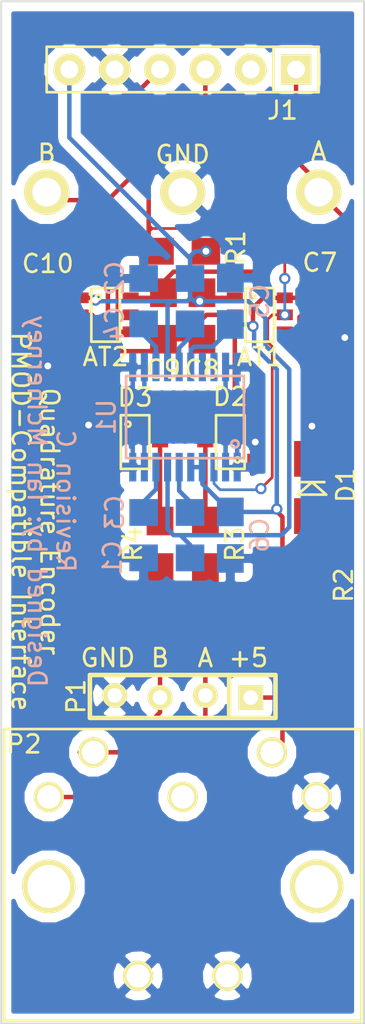
<source format=kicad_pcb>
(kicad_pcb (version 4) (host pcbnew 4.0.6)

  (general
    (links 68)
    (no_connects 0)
    (area 114.179905 68.431999 138.296096 127.765)
    (thickness 1.6)
    (drawings 13)
    (tracks 241)
    (zones 0)
    (modules 26)
    (nets 20)
  )

  (page A4)
  (layers
    (0 F.Cu signal)
    (31 B.Cu signal)
    (32 B.Adhes user)
    (33 F.Adhes user)
    (34 B.Paste user hide)
    (35 F.Paste user)
    (36 B.SilkS user)
    (37 F.SilkS user)
    (38 B.Mask user hide)
    (39 F.Mask user)
    (40 Dwgs.User user)
    (41 Cmts.User user)
    (42 Eco1.User user)
    (43 Eco2.User user)
    (44 Edge.Cuts user)
    (45 Margin user)
    (46 B.CrtYd user)
    (47 F.CrtYd user)
    (48 B.Fab user)
    (49 F.Fab user)
  )

  (setup
    (last_trace_width 0.25)
    (user_trace_width 0.1524)
    (trace_clearance 0.2)
    (zone_clearance 0.508)
    (zone_45_only no)
    (trace_min 0.1524)
    (segment_width 0.2)
    (edge_width 0.1)
    (via_size 0.635)
    (via_drill 0.381)
    (via_min_size 0.4)
    (via_min_drill 0.3)
    (uvia_size 0.3)
    (uvia_drill 0.1)
    (uvias_allowed no)
    (uvia_min_size 0)
    (uvia_min_drill 0)
    (pcb_text_width 0.3)
    (pcb_text_size 1.5 1.5)
    (mod_edge_width 0.15)
    (mod_text_size 1 1)
    (mod_text_width 0.15)
    (pad_size 3.38 2.4)
    (pad_drill 0)
    (pad_to_mask_clearance 0.0762)
    (solder_mask_min_width 0.1016)
    (aux_axis_origin 0 0)
    (visible_elements FFFFFF3F)
    (pcbplotparams
      (layerselection 0x010f0_80000001)
      (usegerberextensions false)
      (excludeedgelayer true)
      (linewidth 0.100000)
      (plotframeref false)
      (viasonmask false)
      (mode 1)
      (useauxorigin false)
      (hpglpennumber 1)
      (hpglpenspeed 20)
      (hpglpendiameter 15)
      (hpglpenoverlay 2)
      (psnegative false)
      (psa4output false)
      (plotreference true)
      (plotvalue true)
      (plotinvisibletext false)
      (padsonsilk false)
      (subtractmaskfromsilk false)
      (outputformat 1)
      (mirror false)
      (drillshape 0)
      (scaleselection 1)
      (outputdirectory Gerbers/))
  )

  (net 0 "")
  (net 1 VCC)
  (net 2 GND)
  (net 3 "Net-(C3-Pad1)")
  (net 4 "Net-(C3-Pad2)")
  (net 5 +5V)
  (net 6 "Net-(D1-PadA)")
  (net 7 /LOGIC_A)
  (net 8 /LOGIC_B)
  (net 9 "Net-(P1-Pad2)")
  (net 10 /ENC_A)
  (net 11 /ENC_B)
  (net 12 "Net-(U1-Pad17)")
  (net 13 "Net-(U1-Pad18)")
  (net 14 "Net-(C4-Pad1)")
  (net 15 "Net-(C4-Pad2)")
  (net 16 /EN)
  (net 17 "Net-(J1-Pad2)")
  (net 18 "Net-(AT1-Pad3)")
  (net 19 "Net-(AT2-Pad3)")

  (net_class Default "This is the default net class."
    (clearance 0.2)
    (trace_width 0.25)
    (via_dia 0.635)
    (via_drill 0.381)
    (uvia_dia 0.3)
    (uvia_drill 0.1)
    (add_net +5V)
    (add_net /ENC_A)
    (add_net /ENC_B)
    (add_net /LOGIC_A)
    (add_net /LOGIC_B)
    (add_net GND)
    (add_net "Net-(AT1-Pad3)")
    (add_net "Net-(AT2-Pad3)")
    (add_net "Net-(C3-Pad1)")
    (add_net "Net-(C3-Pad2)")
    (add_net "Net-(C4-Pad1)")
    (add_net "Net-(C4-Pad2)")
    (add_net "Net-(D1-PadA)")
    (add_net "Net-(J1-Pad2)")
    (add_net "Net-(P1-Pad2)")
    (add_net "Net-(U1-Pad17)")
    (add_net "Net-(U1-Pad18)")
    (add_net VCC)
  )

  (net_class EN ""
    (clearance 0.2)
    (trace_width 0.1524)
    (via_dia 0.635)
    (via_drill 0.381)
    (uvia_dia 0.3)
    (uvia_drill 0.1)
    (add_net /EN)
  )

  (module SMD:SMD_0805 (layer B.Cu) (tedit 55A93AD1) (tstamp 55A81034)
    (at 125.349 99.822 90)
    (tags Handsolderable)
    (path /55A56826)
    (fp_text reference C1 (at 0 -3.048 90) (layer B.SilkS)
      (effects (font (size 1 1) (thickness 0.15)) (justify mirror))
    )
    (fp_text value 15uF (at -1.6 0 360) (layer B.Fab) hide
      (effects (font (size 1 1) (thickness 0.15)) (justify mirror))
    )
    (fp_line (start -0.6 1) (end 0.6 1) (layer Margin) (width 0.15))
    (fp_line (start 0.6 1) (end 0.6 -1) (layer Margin) (width 0.15))
    (fp_line (start 0.6 -1) (end -0.6 -1) (layer Margin) (width 0.15))
    (fp_line (start -0.6 -1) (end -0.6 1) (layer Margin) (width 0.15))
    (pad 1 smd rect (at 0 1.3 90) (size 1.5 1.6) (layers B.Cu B.Paste B.Mask)
      (net 1 VCC))
    (pad 2 smd rect (at 0 -1.3 90) (size 1.5 1.6) (layers B.Cu B.Paste B.Mask)
      (net 2 GND))
    (model 3D/SMD/SMD-0805.wrl
      (at (xyz 0 0 0))
      (scale (xyz 0.3937 0.3937 0.3937))
      (rotate (xyz 0 0 0))
    )
  )

  (module SMD:SMD_0805 (layer B.Cu) (tedit 55A93AF1) (tstamp 55A8103A)
    (at 125.349 84.201 90)
    (tags Handsolderable)
    (path /55A82F72)
    (fp_text reference C2 (at 0 -2.921 90) (layer B.SilkS)
      (effects (font (size 1 1) (thickness 0.15)) (justify mirror))
    )
    (fp_text value 15uF (at -1.6 0 360) (layer B.Fab) hide
      (effects (font (size 1 1) (thickness 0.15)) (justify mirror))
    )
    (fp_line (start -0.6 1) (end 0.6 1) (layer Margin) (width 0.15))
    (fp_line (start 0.6 1) (end 0.6 -1) (layer Margin) (width 0.15))
    (fp_line (start 0.6 -1) (end -0.6 -1) (layer Margin) (width 0.15))
    (fp_line (start -0.6 -1) (end -0.6 1) (layer Margin) (width 0.15))
    (pad 1 smd rect (at 0 1.3 90) (size 1.5 1.6) (layers B.Cu B.Paste B.Mask)
      (net 1 VCC))
    (pad 2 smd rect (at 0 -1.3 90) (size 1.5 1.6) (layers B.Cu B.Paste B.Mask)
      (net 2 GND))
    (model 3D/SMD/SMD-0805.wrl
      (at (xyz 0 0 0))
      (scale (xyz 0.3937 0.3937 0.3937))
      (rotate (xyz 0 0 0))
    )
  )

  (module SMD:SMD_0805 (layer B.Cu) (tedit 55A93AD8) (tstamp 55A81040)
    (at 125.349 97.282 90)
    (tags Handsolderable)
    (path /55A55E3A)
    (fp_text reference C3 (at 0 -2.921 90) (layer B.SilkS)
      (effects (font (size 1 1) (thickness 0.15)) (justify mirror))
    )
    (fp_text value 2.2uF (at -1.6 0 360) (layer B.Fab) hide
      (effects (font (size 1 1) (thickness 0.15)) (justify mirror))
    )
    (fp_line (start -0.6 1) (end 0.6 1) (layer Margin) (width 0.15))
    (fp_line (start 0.6 1) (end 0.6 -1) (layer Margin) (width 0.15))
    (fp_line (start 0.6 -1) (end -0.6 -1) (layer Margin) (width 0.15))
    (fp_line (start -0.6 -1) (end -0.6 1) (layer Margin) (width 0.15))
    (pad 1 smd rect (at 0 1.3 90) (size 1.5 1.6) (layers B.Cu B.Paste B.Mask)
      (net 3 "Net-(C3-Pad1)"))
    (pad 2 smd rect (at 0 -1.3 90) (size 1.5 1.6) (layers B.Cu B.Paste B.Mask)
      (net 4 "Net-(C3-Pad2)"))
    (model 3D/SMD/SMD-0805.wrl
      (at (xyz 0 0 0))
      (scale (xyz 0.3937 0.3937 0.3937))
      (rotate (xyz 0 0 0))
    )
  )

  (module SMD:SMD_0805 (layer B.Cu) (tedit 55A93AEC) (tstamp 55A81046)
    (at 125.349 86.741 90)
    (tags Handsolderable)
    (path /55A55E5F)
    (fp_text reference C4 (at 0 -2.921 90) (layer B.SilkS)
      (effects (font (size 1 1) (thickness 0.15)) (justify mirror))
    )
    (fp_text value 2.2uF (at -1.6 0 360) (layer B.Fab) hide
      (effects (font (size 1 1) (thickness 0.15)) (justify mirror))
    )
    (fp_line (start -0.6 1) (end 0.6 1) (layer Margin) (width 0.15))
    (fp_line (start 0.6 1) (end 0.6 -1) (layer Margin) (width 0.15))
    (fp_line (start 0.6 -1) (end -0.6 -1) (layer Margin) (width 0.15))
    (fp_line (start -0.6 -1) (end -0.6 1) (layer Margin) (width 0.15))
    (pad 1 smd rect (at 0 1.3 90) (size 1.5 1.6) (layers B.Cu B.Paste B.Mask)
      (net 14 "Net-(C4-Pad1)"))
    (pad 2 smd rect (at 0 -1.3 90) (size 1.5 1.6) (layers B.Cu B.Paste B.Mask)
      (net 15 "Net-(C4-Pad2)"))
    (model 3D/SMD/SMD-0805.wrl
      (at (xyz 0 0 0))
      (scale (xyz 0.3937 0.3937 0.3937))
      (rotate (xyz 0 0 0))
    )
  )

  (module SMD:SMD_0805 (layer B.Cu) (tedit 55A93AE6) (tstamp 55A8104C)
    (at 128.905 85.471)
    (tags Handsolderable)
    (path /55A83372)
    (fp_text reference C5 (at 1.651 0 270) (layer B.SilkS)
      (effects (font (size 1 1) (thickness 0.15)) (justify mirror))
    )
    (fp_text value 33uF (at -1.6 0 270) (layer B.Fab) hide
      (effects (font (size 1 1) (thickness 0.15)) (justify mirror))
    )
    (fp_line (start -0.6 1) (end 0.6 1) (layer Margin) (width 0.15))
    (fp_line (start 0.6 1) (end 0.6 -1) (layer Margin) (width 0.15))
    (fp_line (start 0.6 -1) (end -0.6 -1) (layer Margin) (width 0.15))
    (fp_line (start -0.6 -1) (end -0.6 1) (layer Margin) (width 0.15))
    (pad 1 smd rect (at 0 1.3) (size 1.5 1.6) (layers B.Cu B.Paste B.Mask)
      (net 5 +5V))
    (pad 2 smd rect (at 0 -1.3) (size 1.5 1.6) (layers B.Cu B.Paste B.Mask)
      (net 2 GND))
    (model 3D/SMD/SMD-0805.wrl
      (at (xyz 0 0 0))
      (scale (xyz 0.3937 0.3937 0.3937))
      (rotate (xyz 0 0 0))
    )
  )

  (module LEDs:LED_1206 (layer F.Cu) (tedit 55BC4143) (tstamp 55A81052)
    (at 133.477 95.885 180)
    (tags Handsolderable)
    (path /55A5D2E8)
    (fp_text reference D1 (at -1.905 0.127 450) (layer F.SilkS)
      (effects (font (size 1 1) (thickness 0.15)))
    )
    (fp_text value RED (at 2.6 0 270) (layer F.SilkS) hide
      (effects (font (thickness 0.3048)))
    )
    (fp_line (start -0.6 0.3) (end -0.7 0.3) (layer F.SilkS) (width 0.15))
    (fp_line (start 0.7 0.3) (end -0.6 0.3) (layer F.SilkS) (width 0.15))
    (fp_line (start 0 0.3) (end 0.8 -0.4) (layer F.SilkS) (width 0.15))
    (fp_line (start -0.8 -0.4) (end 0 0.3) (layer F.SilkS) (width 0.15))
    (fp_line (start -0.8 -0.4) (end 0.8 -0.4) (layer F.SilkS) (width 0.15))
    (pad A smd rect (at 0 -1.6 180) (size 2 2) (layers F.Cu F.Paste F.Mask)
      (net 6 "Net-(D1-PadA)"))
    (pad C smd rect (at 0 1.6 180) (size 2 2) (layers F.Cu F.Paste F.Mask)
      (net 2 GND))
    (model 3D/LEDs/LED-1206.wrl
      (at (xyz 0 0 0))
      (scale (xyz 0.3937 0.3937 0.3937))
      (rotate (xyz 0 0 90))
    )
  )

  (module SMD:SMD_0805 (layer F.Cu) (tedit 5977FA25) (tstamp 55A8107D)
    (at 126.238 82.677 270)
    (tags Handsolderable)
    (path /55A55CC4)
    (fp_text reference R1 (at -0.1905 -2.9845 270) (layer F.SilkS)
      (effects (font (size 1 1) (thickness 0.15)))
    )
    (fp_text value 10k (at -1.6 0 360) (layer F.Fab) hide
      (effects (font (size 1 1) (thickness 0.15)))
    )
    (fp_line (start -0.6 -1) (end 0.6 -1) (layer Margin) (width 0.15))
    (fp_line (start 0.6 -1) (end 0.6 1) (layer Margin) (width 0.15))
    (fp_line (start 0.6 1) (end -0.6 1) (layer Margin) (width 0.15))
    (fp_line (start -0.6 1) (end -0.6 -1) (layer Margin) (width 0.15))
    (pad 1 smd rect (at 0 -1.3 270) (size 1.5 1.6) (layers F.Cu F.Paste F.Mask)
      (net 1 VCC))
    (pad 2 smd rect (at 0 1.3 270) (size 1.5 1.6) (layers F.Cu F.Paste F.Mask)
      (net 16 /EN))
    (model 3D/SMD/SMD-0805.wrl
      (at (xyz 0 0 0))
      (scale (xyz 0.3937 0.3937 0.3937))
      (rotate (xyz 0 0 0))
    )
  )

  (module SMD:SMD_0805 (layer F.Cu) (tedit 55BC3EA3) (tstamp 55A81083)
    (at 133.477 101.346 180)
    (tags Handsolderable)
    (path /55A5D293)
    (fp_text reference R2 (at -1.778 0 450) (layer F.SilkS)
      (effects (font (size 1 1) (thickness 0.15)))
    )
    (fp_text value 330 (at -1.6 0 270) (layer F.Fab) hide
      (effects (font (size 1 1) (thickness 0.15)))
    )
    (fp_line (start -0.6 -1) (end 0.6 -1) (layer Margin) (width 0.15))
    (fp_line (start 0.6 -1) (end 0.6 1) (layer Margin) (width 0.15))
    (fp_line (start 0.6 1) (end -0.6 1) (layer Margin) (width 0.15))
    (fp_line (start -0.6 1) (end -0.6 -1) (layer Margin) (width 0.15))
    (pad 1 smd rect (at 0 -1.3 180) (size 1.5 1.6) (layers F.Cu F.Paste F.Mask)
      (net 5 +5V))
    (pad 2 smd rect (at 0 1.3 180) (size 1.5 1.6) (layers F.Cu F.Paste F.Mask)
      (net 6 "Net-(D1-PadA)"))
    (model 3D/SMD/SMD-0805.wrl
      (at (xyz 0 0 0))
      (scale (xyz 0.3937 0.3937 0.3937))
      (rotate (xyz 0 0 0))
    )
  )

  (module SMD:SMD_0805 (layer F.Cu) (tedit 55A817CA) (tstamp 55A81089)
    (at 127.508 99.06)
    (tags Handsolderable)
    (path /55A596C1)
    (fp_text reference R3 (at 1.651 0 90) (layer F.SilkS)
      (effects (font (size 1 1) (thickness 0.15)))
    )
    (fp_text value 220 (at -1.6 0 90) (layer F.Fab) hide
      (effects (font (size 1 1) (thickness 0.15)))
    )
    (fp_line (start -0.6 -1) (end 0.6 -1) (layer Margin) (width 0.15))
    (fp_line (start 0.6 -1) (end 0.6 1) (layer Margin) (width 0.15))
    (fp_line (start 0.6 1) (end -0.6 1) (layer Margin) (width 0.15))
    (fp_line (start -0.6 1) (end -0.6 -1) (layer Margin) (width 0.15))
    (pad 1 smd rect (at 0 -1.3) (size 1.5 1.6) (layers F.Cu F.Paste F.Mask)
      (net 18 "Net-(AT1-Pad3)"))
    (pad 2 smd rect (at 0 1.3) (size 1.5 1.6) (layers F.Cu F.Paste F.Mask)
      (net 10 /ENC_A))
    (model 3D/SMD/SMD-0805.wrl
      (at (xyz 0 0 0))
      (scale (xyz 0.3937 0.3937 0.3937))
      (rotate (xyz 0 0 0))
    )
  )

  (module SMD:SMD_0805 (layer F.Cu) (tedit 55A817C3) (tstamp 55A8108F)
    (at 124.968 99.06)
    (tags Handsolderable)
    (path /55A598BE)
    (fp_text reference R4 (at -1.524 0 90) (layer F.SilkS)
      (effects (font (size 1 1) (thickness 0.15)))
    )
    (fp_text value 220 (at -1.6 0 90) (layer F.Fab) hide
      (effects (font (size 1 1) (thickness 0.15)))
    )
    (fp_line (start -0.6 -1) (end 0.6 -1) (layer Margin) (width 0.15))
    (fp_line (start 0.6 -1) (end 0.6 1) (layer Margin) (width 0.15))
    (fp_line (start 0.6 1) (end -0.6 1) (layer Margin) (width 0.15))
    (fp_line (start -0.6 1) (end -0.6 -1) (layer Margin) (width 0.15))
    (pad 1 smd rect (at 0 -1.3) (size 1.5 1.6) (layers F.Cu F.Paste F.Mask)
      (net 19 "Net-(AT2-Pad3)"))
    (pad 2 smd rect (at 0 1.3) (size 1.5 1.6) (layers F.Cu F.Paste F.Mask)
      (net 11 /ENC_B))
    (model 3D/SMD/SMD-0805.wrl
      (at (xyz 0 0 0))
      (scale (xyz 0.3937 0.3937 0.3937))
      (rotate (xyz 0 0 0))
    )
  )

  (module Connectors:TESTPOINT_063 (layer F.Cu) (tedit 55A93C01) (tstamp 55A810B2)
    (at 133.858 79.375)
    (path /55A5DE90)
    (fp_text reference TP1 (at 0 2.286) (layer F.SilkS) hide
      (effects (font (size 1 1) (thickness 0.15)))
    )
    (fp_text value TEST_POINT (at 0 -2.032) (layer F.Fab) hide
      (effects (font (size 1 1) (thickness 0.15)))
    )
    (pad 1 thru_hole circle (at 0 0) (size 2.54 2.54) (drill 1.6002) (layers *.Cu *.Mask F.SilkS)
      (net 7 /LOGIC_A))
    (model 3D/Connectors/Testpoint_063.wrl
      (at (xyz -0.0625 0.0625 -0.125))
      (scale (xyz 0.3937 0.3937 0.3937))
      (rotate (xyz -90 0 0))
    )
  )

  (module Connectors:TESTPOINT_063 (layer F.Cu) (tedit 55A93BEA) (tstamp 55A810B7)
    (at 118.618 79.375)
    (path /55A5E19E)
    (fp_text reference TP2 (at 0 -2.159) (layer F.SilkS) hide
      (effects (font (size 1 1) (thickness 0.15)))
    )
    (fp_text value TEST_POINT (at 0 -2.032) (layer F.Fab) hide
      (effects (font (size 1 1) (thickness 0.15)))
    )
    (pad 1 thru_hole circle (at 0 0) (size 2.54 2.54) (drill 1.6002) (layers *.Cu *.Mask F.SilkS)
      (net 8 /LOGIC_B))
    (model 3D/Connectors/Testpoint_063.wrl
      (at (xyz -0.0625 0.0625 -0.125))
      (scale (xyz 0.3937 0.3937 0.3937))
      (rotate (xyz -90 0 0))
    )
  )

  (module Connectors:TESTPOINT_063 (layer F.Cu) (tedit 55A93BCF) (tstamp 55A810BC)
    (at 126.238 79.375)
    (path /55A5E2E9)
    (fp_text reference TP3 (at -0.635 2.286) (layer F.SilkS) hide
      (effects (font (size 1 1) (thickness 0.15)))
    )
    (fp_text value TEST_POINT (at 0 -2.032) (layer F.Fab) hide
      (effects (font (size 1 1) (thickness 0.15)))
    )
    (pad 1 thru_hole circle (at 0 0) (size 2.54 2.54) (drill 1.6002) (layers *.Cu *.Mask F.SilkS)
      (net 2 GND))
    (model 3D/Connectors/Testpoint_063.wrl
      (at (xyz -0.0625 0.0625 -0.125))
      (scale (xyz 0.3937 0.3937 0.3937))
      (rotate (xyz -90 0 0))
    )
  )

  (module SMD:SMD_0805 (layer B.Cu) (tedit 55A93ADE) (tstamp 55A81D6C)
    (at 128.905 98.552 180)
    (tags Handsolderable)
    (path /55A563BE)
    (fp_text reference C6 (at -1.651 0 270) (layer B.SilkS)
      (effects (font (size 1 1) (thickness 0.15)) (justify mirror))
    )
    (fp_text value 33uF (at -1.6 0 450) (layer B.Fab) hide
      (effects (font (size 1 1) (thickness 0.15)) (justify mirror))
    )
    (fp_line (start -0.6 1) (end 0.6 1) (layer Margin) (width 0.15))
    (fp_line (start 0.6 1) (end 0.6 -1) (layer Margin) (width 0.15))
    (fp_line (start 0.6 -1) (end -0.6 -1) (layer Margin) (width 0.15))
    (fp_line (start -0.6 -1) (end -0.6 1) (layer Margin) (width 0.15))
    (pad 1 smd rect (at 0 1.3 180) (size 1.5 1.6) (layers B.Cu B.Paste B.Mask)
      (net 5 +5V))
    (pad 2 smd rect (at 0 -1.3 180) (size 1.5 1.6) (layers B.Cu B.Paste B.Mask)
      (net 2 GND))
    (model 3D/SMD/SMD-0805.wrl
      (at (xyz 0 0 0))
      (scale (xyz 0.3937 0.3937 0.3937))
      (rotate (xyz 0 0 0))
    )
  )

  (module SMD:SMD_0805 (layer F.Cu) (tedit 59DBF4EE) (tstamp 55A81D72)
    (at 133.9215 86.233)
    (tags Handsolderable)
    (path /58854AD5)
    (fp_text reference C7 (at 0 -2.921) (layer F.SilkS)
      (effects (font (size 1 1) (thickness 0.15)))
    )
    (fp_text value 0.1uF (at -1.6 0 90) (layer F.Fab) hide
      (effects (font (size 1 1) (thickness 0.15)))
    )
    (fp_line (start -0.6 -1) (end 0.6 -1) (layer Margin) (width 0.15))
    (fp_line (start 0.6 -1) (end 0.6 1) (layer Margin) (width 0.15))
    (fp_line (start 0.6 1) (end -0.6 1) (layer Margin) (width 0.15))
    (fp_line (start -0.6 1) (end -0.6 -1) (layer Margin) (width 0.15))
    (pad 1 smd rect (at 0 -1.3) (size 1.5 1.6) (layers F.Cu F.Paste F.Mask)
      (net 5 +5V))
    (pad 2 smd rect (at 0 1.3) (size 1.5 1.6) (layers F.Cu F.Paste F.Mask)
      (net 2 GND))
    (model 3D/SMD/SMD-0805.wrl
      (at (xyz 0 0 0))
      (scale (xyz 0.3937 0.3937 0.3937))
      (rotate (xyz 0 0 0))
    )
  )

  (module Connectors:DIN_CUI_SDS-50J (layer F.Cu) (tedit 55BC413A) (tstamp 55A81069)
    (at 126.238 123.19)
    (path /55A57C1B)
    (fp_text reference P1 (at -5.969 -15.621 90) (layer F.SilkS)
      (effects (font (size 1 1) (thickness 0.15)))
    )
    (fp_text value CONN_01X06 (at 0 3.5) (layer F.Fab) hide
      (effects (font (size 1 1) (thickness 0.15)))
    )
    (fp_line (start -10 -13.3) (end -10 -13.8) (layer F.SilkS) (width 0.15))
    (fp_line (start -10 -13.8) (end 10 -13.8) (layer F.SilkS) (width 0.15))
    (fp_line (start 10 -13.8) (end 10 -13.3) (layer F.SilkS) (width 0.15))
    (fp_line (start 10 2.5) (end 10 -13.3) (layer F.SilkS) (width 0.15))
    (fp_line (start -10 -13.3) (end -10 2.5) (layer F.SilkS) (width 0.15))
    (fp_line (start 9.1 2.5) (end 10 2.5) (layer F.SilkS) (width 0.15))
    (fp_line (start -9.1 2.5) (end -10 2.5) (layer F.SilkS) (width 0.15))
    (fp_line (start -9.1 2.5) (end 9.1 2.5) (layer F.SilkS) (width 0.15))
    (pad 1 thru_hole circle (at 7.5 -10) (size 1.7 1.7) (drill 1.3) (layers *.Cu *.Mask F.SilkS)
      (net 2 GND))
    (pad 2 thru_hole circle (at 0 -10) (size 1.7 1.7) (drill 1.3) (layers *.Cu *.Mask F.SilkS)
      (net 9 "Net-(P1-Pad2)"))
    (pad 3 thru_hole circle (at -7.5 -10) (size 1.7 1.7) (drill 1.3) (layers *.Cu *.Mask F.SilkS)
      (net 10 /ENC_A))
    (pad 4 thru_hole circle (at 5 -12.5) (size 1.7 1.7) (drill 1.3) (layers *.Cu *.Mask F.SilkS)
      (net 5 +5V))
    (pad 5 thru_hole circle (at -5 -12.5) (size 1.7 1.7) (drill 1.3) (layers *.Cu *.Mask F.SilkS)
      (net 11 /ENC_B))
    (pad 6 thru_hole circle (at 2.5 0) (size 1.7 1.7) (drill 1.3) (layers *.Cu *.Mask F.SilkS)
      (net 2 GND))
    (pad 6 thru_hole circle (at -2.5 0) (size 1.7 1.7) (drill 1.3) (layers *.Cu *.Mask F.SilkS)
      (net 2 GND))
    (pad "" thru_hole circle (at 7.5 -5) (size 3 3) (drill 2.4) (layers *.Cu *.Mask F.SilkS))
    (pad "" thru_hole circle (at -7.5 -5) (size 3 3) (drill 2.4) (layers *.Cu *.Mask F.SilkS))
    (model 3D/Connectors/DIN_CUI_SDS-50J.wrl
      (at (xyz -0.3935 0.51 -0.138))
      (scale (xyz 0.3937 0.3937 0.3937))
      (rotate (xyz -90 0 0))
    )
  )

  (module Connectors:CONN_2.54mm_1x4 (layer F.Cu) (tedit 55BC4135) (tstamp 55BC3D84)
    (at 126.238 107.569)
    (path /55BC4992)
    (fp_text reference P2 (at -8.89 2.667) (layer F.SilkS)
      (effects (font (size 1 1) (thickness 0.15)))
    )
    (fp_text value CONN_01X04 (at 0 -2.286) (layer F.SilkS) hide
      (effects (font (thickness 0.3048)))
    )
    (fp_line (start -5.2 1.2) (end 5.2 1.2) (layer F.SilkS) (width 0.254))
    (fp_line (start 5.2 -1.2) (end -5.2 -1.2) (layer F.SilkS) (width 0.254))
    (fp_line (start 5.2 1.2) (end 5.2 -1.2) (layer F.SilkS) (width 0.254))
    (fp_line (start 2.6 -1.2) (end 2.6 1.2) (layer F.SilkS) (width 0.254))
    (fp_line (start -5.2 1.2) (end -5.2 -1.2) (layer F.SilkS) (width 0.254))
    (pad 2 thru_hole circle (at 1.27 -0.06096) (size 1.397 1.397) (drill 0.8128) (layers *.Cu *.Mask F.SilkS)
      (net 10 /ENC_A))
    (pad 3 thru_hole circle (at -1.27 0.06096) (size 1.397 1.397) (drill 0.8128) (layers *.Cu *.Mask F.SilkS)
      (net 11 /ENC_B))
    (pad 1 thru_hole rect (at 3.81 0.06096) (size 1.397 1.397) (drill 0.8128) (layers *.Cu *.Mask F.SilkS)
      (net 5 +5V))
    (pad 4 thru_hole circle (at -3.81 -0.06096) (size 1.397 1.397) (drill 0.8128) (layers *.Cu *.Mask F.SilkS)
      (net 2 GND))
  )

  (module SMD:SMD_0805 (layer F.Cu) (tedit 59DBED1C) (tstamp 5885601D)
    (at 127.3175 86.2965)
    (tags Handsolderable)
    (path /59DBF477)
    (fp_text reference C8 (at 0 2.9845) (layer F.SilkS)
      (effects (font (size 1 1) (thickness 0.15)))
    )
    (fp_text value 0.1uF (at -1.6 0 90) (layer F.Fab) hide
      (effects (font (size 1 1) (thickness 0.15)))
    )
    (fp_line (start -0.6 -1) (end 0.6 -1) (layer Margin) (width 0.15))
    (fp_line (start 0.6 -1) (end 0.6 1) (layer Margin) (width 0.15))
    (fp_line (start 0.6 1) (end -0.6 1) (layer Margin) (width 0.15))
    (fp_line (start -0.6 1) (end -0.6 -1) (layer Margin) (width 0.15))
    (pad 1 smd rect (at 0 -1.3) (size 1.5 1.6) (layers F.Cu F.Paste F.Mask)
      (net 1 VCC))
    (pad 2 smd rect (at 0 1.3) (size 1.5 1.6) (layers F.Cu F.Paste F.Mask)
      (net 2 GND))
    (model 3D/SMD/SMD-0805.wrl
      (at (xyz 0 0 0))
      (scale (xyz 0.3937 0.3937 0.3937))
      (rotate (xyz 0 0 0))
    )
  )

  (module Diodes:DIODE_SOT-23-3 (layer F.Cu) (tedit 5977F566) (tstamp 58856024)
    (at 128.905 93.345 270)
    (path /58857210)
    (fp_text reference D2 (at -2.54 0 360) (layer F.SilkS)
      (effects (font (size 1 1) (thickness 0.15)))
    )
    (fp_text value PLVA653A (at -2.2 0 360) (layer F.Fab) hide
      (effects (font (size 1 1) (thickness 0.15)))
    )
    (fp_circle (center 1 -0.4) (end 1.1 -0.5) (layer F.SilkS) (width 0.15))
    (fp_line (start -1.5 -0.8) (end -1.5 0.8) (layer F.SilkS) (width 0.15))
    (fp_line (start -1.5 0.8) (end 1.5 0.8) (layer F.SilkS) (width 0.15))
    (fp_line (start 1.5 0.8) (end 1.5 -0.8) (layer F.SilkS) (width 0.15))
    (fp_line (start 1.5 -0.8) (end -1.5 -0.8) (layer F.SilkS) (width 0.15))
    (pad C smd rect (at 0 1.4 270) (size 0.6 0.9) (layers F.Cu F.Paste F.Mask)
      (net 18 "Net-(AT1-Pad3)"))
    (pad "" smd rect (at -0.95 -1.4 270) (size 0.6 0.9) (layers F.Cu F.Paste F.Mask))
    (pad A smd rect (at 0.95 -1.4 270) (size 0.6 0.9) (layers F.Cu F.Paste F.Mask)
      (net 2 GND))
    (model 3D/SMD/SOT-23-3.wrl
      (at (xyz 0 0 0))
      (scale (xyz 0.3937 0.3937 0.3937))
      (rotate (xyz 0 0 90))
    )
  )

  (module Diodes:DIODE_SOT-23-3 (layer F.Cu) (tedit 5508E9C0) (tstamp 5885602B)
    (at 123.571 93.345 90)
    (path /58858B8A)
    (fp_text reference D3 (at 2.5 0 180) (layer F.SilkS)
      (effects (font (size 1 1) (thickness 0.15)))
    )
    (fp_text value PLVA653A (at -2.2 0 180) (layer F.Fab) hide
      (effects (font (size 1 1) (thickness 0.15)))
    )
    (fp_line (start 1.5 -0.8) (end -1.5 -0.8) (layer F.SilkS) (width 0.15))
    (fp_line (start 1.5 0.8) (end 1.5 -0.8) (layer F.SilkS) (width 0.15))
    (fp_line (start -1.5 0.8) (end 1.5 0.8) (layer F.SilkS) (width 0.15))
    (fp_line (start -1.5 -0.8) (end -1.5 0.8) (layer F.SilkS) (width 0.15))
    (fp_circle (center 1 -0.4) (end 1.1 -0.5) (layer F.SilkS) (width 0.15))
    (pad A smd rect (at 0.95 -1.4 90) (size 0.6 0.9) (layers F.Cu F.Paste F.Mask)
      (net 2 GND))
    (pad "" smd rect (at -0.95 -1.4 90) (size 0.6 0.9) (layers F.Cu F.Paste F.Mask))
    (pad C smd rect (at 0 1.4 90) (size 0.6 0.9) (layers F.Cu F.Paste F.Mask)
      (net 19 "Net-(AT2-Pad3)"))
    (model 3D/SMD/SOT-23-3.wrl
      (at (xyz 0 0 0))
      (scale (xyz 0.3937 0.3937 0.3937))
      (rotate (xyz 0 0 90))
    )
  )

  (module SMD:SSOP_20_4.5mm_6.6mm_0.65mm_PWP (layer B.Cu) (tedit 59DBF42B) (tstamp 55A810D5)
    (at 126.365 91.948 180)
    (path /55A5538D)
    (fp_text reference U1 (at 4.4 0 450) (layer B.SilkS)
      (effects (font (size 1 1) (thickness 0.15)) (justify mirror))
    )
    (fp_text value TPS60131 (at -4.4 0 450) (layer B.Fab) hide
      (effects (font (size 1 1) (thickness 0.15)) (justify mirror))
    )
    (fp_circle (center -2.8 -1.5) (end -2.8 -1.3) (layer B.SilkS) (width 0.15))
    (fp_line (start -3.3 2.3) (end 3.3 2.3) (layer B.SilkS) (width 0.15))
    (fp_line (start 3.3 2.3) (end 3.3 -2.3) (layer B.SilkS) (width 0.15))
    (fp_line (start 3.3 -2.3) (end -3.3 -2.3) (layer B.SilkS) (width 0.15))
    (fp_line (start -3.3 -2.3) (end -3.3 2.3) (layer B.SilkS) (width 0.15))
    (pad 1 smd rect (at -2.925 -2.8 180) (size 0.4 1.6) (layers B.Cu B.Paste B.Mask)
      (net 2 GND))
    (pad 2 smd rect (at -2.275 -2.8 180) (size 0.4 1.6) (layers B.Cu B.Paste B.Mask)
      (net 2 GND))
    (pad 3 smd rect (at -1.625 -2.8 180) (size 0.4 1.6) (layers B.Cu B.Paste B.Mask)
      (net 16 /EN))
    (pad 4 smd rect (at -0.975 -2.8 180) (size 0.4 1.6) (layers B.Cu B.Paste B.Mask)
      (net 5 +5V))
    (pad 5 smd rect (at -0.325 -2.8 180) (size 0.4 1.6) (layers B.Cu B.Paste B.Mask)
      (net 5 +5V))
    (pad 6 smd rect (at 0.325 -2.8 180) (size 0.4 1.6) (layers B.Cu B.Paste B.Mask)
      (net 3 "Net-(C3-Pad1)"))
    (pad 7 smd rect (at 0.975 -2.8 180) (size 0.4 1.6) (layers B.Cu B.Paste B.Mask)
      (net 1 VCC))
    (pad 8 smd rect (at 1.625 -2.8 180) (size 0.4 1.6) (layers B.Cu B.Paste B.Mask)
      (net 4 "Net-(C3-Pad2)"))
    (pad 9 smd rect (at 2.275 -2.8 180) (size 0.4 1.6) (layers B.Cu B.Paste B.Mask)
      (net 2 GND))
    (pad 10 smd rect (at 2.925 -2.8 180) (size 0.4 1.6) (layers B.Cu B.Paste B.Mask)
      (net 2 GND))
    (pad 11 smd rect (at 2.925 2.8 180) (size 0.4 1.6) (layers B.Cu B.Paste B.Mask)
      (net 2 GND))
    (pad 12 smd rect (at 2.275 2.8 180) (size 0.4 1.6) (layers B.Cu B.Paste B.Mask)
      (net 2 GND))
    (pad 13 smd rect (at 1.625 2.8 180) (size 0.4 1.6) (layers B.Cu B.Paste B.Mask)
      (net 15 "Net-(C4-Pad2)"))
    (pad 14 smd rect (at 0.975 2.8 180) (size 0.4 1.6) (layers B.Cu B.Paste B.Mask)
      (net 1 VCC))
    (pad 15 smd rect (at 0.325 2.8 180) (size 0.4 1.6) (layers B.Cu B.Paste B.Mask)
      (net 14 "Net-(C4-Pad1)"))
    (pad 16 smd rect (at -0.325 2.8 180) (size 0.4 1.6) (layers B.Cu B.Paste B.Mask)
      (net 5 +5V))
    (pad 17 smd rect (at -0.975 2.8 180) (size 0.4 1.6) (layers B.Cu B.Paste B.Mask)
      (net 12 "Net-(U1-Pad17)"))
    (pad 18 smd rect (at -1.625 2.8 180) (size 0.4 1.6) (layers B.Cu B.Paste B.Mask)
      (net 13 "Net-(U1-Pad18)"))
    (pad 19 smd rect (at -2.275 2.8 180) (size 0.4 1.6) (layers B.Cu B.Paste B.Mask)
      (net 2 GND))
    (pad 20 smd rect (at -2.925 2.8 180) (size 0.4 1.6) (layers B.Cu B.Paste B.Mask)
      (net 2 GND))
    (pad "" smd rect (at 0 0 180) (size 3.38 2.4) (layers B.Cu B.Paste B.Mask)
      (net 2 GND) (zone_connect 2))
    (model 3D/SMD/SSOP_20_4.50mm_6.60mm_1.20mm_P0.65mm.wrl
      (at (xyz 0 0 0))
      (scale (xyz 0.3937 0.3937 0.3937))
      (rotate (xyz 0 0 90))
    )
  )

  (module Digilent:PMOD_SINGLE_MALE locked (layer F.Cu) (tedit 582E9318) (tstamp 55A8105C)
    (at 126.238 70.485)
    (path /55A55B68)
    (fp_text reference J1 (at 5.588 4.318) (layer F.SilkS)
      (effects (font (size 1 1) (thickness 0.15)))
    )
    (fp_text value PMOD_SINGLE (at 0 0) (layer F.Fab) hide
      (effects (font (size 1 1) (thickness 0.15)))
    )
    (fp_line (start -10.16 -1.778) (end 10.16 -1.778) (layer Dwgs.User) (width 0.15))
    (fp_line (start 5.08 0.762) (end 5.08 3.302) (layer F.SilkS) (width 0.15))
    (fp_line (start 7.62 0.762) (end 7.62 3.302) (layer F.SilkS) (width 0.15))
    (fp_line (start 7.62 3.302) (end -7.62 3.302) (layer F.SilkS) (width 0.15))
    (fp_line (start -7.62 3.302) (end -7.62 0.762) (layer F.SilkS) (width 0.15))
    (fp_line (start -7.62 0.762) (end 7.62 0.762) (layer F.SilkS) (width 0.15))
    (pad 1 thru_hole rect (at 6.35 2.032 180) (size 1.7018 1.7018) (drill 0.9906) (layers *.Cu *.Mask F.SilkS)
      (net 7 /LOGIC_A))
    (pad 2 thru_hole circle (at 3.81 2.032 180) (size 1.778 1.778) (drill 0.9906) (layers *.Cu *.Mask F.SilkS)
      (net 17 "Net-(J1-Pad2)"))
    (pad 3 thru_hole circle (at 1.27 2.032 180) (size 1.778 1.778) (drill 0.9906) (layers *.Cu *.Mask F.SilkS)
      (net 16 /EN))
    (pad 4 thru_hole circle (at -1.27 2.032 180) (size 1.778 1.778) (drill 0.9906) (layers *.Cu *.Mask F.SilkS)
      (net 8 /LOGIC_B))
    (pad 5 thru_hole circle (at -3.81 2.032 180) (size 1.778 1.778) (drill 0.9906) (layers *.Cu *.Mask F.SilkS)
      (net 2 GND))
    (pad 6 thru_hole circle (at -6.35 2.032 180) (size 1.778 1.778) (drill 0.9906) (layers *.Cu *.Mask F.SilkS)
      (net 1 VCC))
    (model 3D/Connectors/CONN_1x6_Male.wrl
      (at (xyz -0.3 0.31 0.096))
      (scale (xyz 0.3937 0.3937 0.3937))
      (rotate (xyz 0 180 180))
    )
  )

  (module SMD:SOT-23-6 (layer F.Cu) (tedit 59DBEA49) (tstamp 59DBEA49)
    (at 130.556 86.233 90)
    (path /59DBF906)
    (fp_text reference AT1 (at -2.3495 0 180) (layer F.SilkS)
      (effects (font (size 1 1) (thickness 0.15)))
    )
    (fp_text value TXB0101 (at -2.2 0 180) (layer F.Fab) hide
      (effects (font (size 1 1) (thickness 0.15)))
    )
    (fp_circle (center 1 -0.4) (end 1.1 -0.5) (layer F.SilkS) (width 0.15))
    (fp_line (start -1.5 -0.8) (end -1.5 0.8) (layer F.SilkS) (width 0.15))
    (fp_line (start -1.5 0.8) (end 1.5 0.8) (layer F.SilkS) (width 0.15))
    (fp_line (start 1.5 0.8) (end 1.5 -0.8) (layer F.SilkS) (width 0.15))
    (fp_line (start 1.5 -0.8) (end -1.5 -0.8) (layer F.SilkS) (width 0.15))
    (pad 4 smd rect (at -0.95 1.4 90) (size 0.6 0.9) (layers F.Cu F.Paste F.Mask)
      (net 7 /LOGIC_A))
    (pad 2 smd rect (at 0 -1.4 90) (size 0.6 0.9) (layers F.Cu F.Paste F.Mask)
      (net 2 GND))
    (pad 6 smd rect (at 0.95 1.4 90) (size 0.6 0.9) (layers F.Cu F.Paste F.Mask)
      (net 5 +5V))
    (pad 3 smd rect (at -0.95 -1.4 90) (size 0.6 0.9) (layers F.Cu F.Paste F.Mask)
      (net 18 "Net-(AT1-Pad3)"))
    (pad 1 smd rect (at 0.95 -1.4 90) (size 0.6 0.9) (layers F.Cu F.Paste F.Mask)
      (net 1 VCC))
    (pad 5 smd rect (at 0 1.4 90) (size 0.6 0.9) (layers F.Cu F.Paste F.Mask)
      (net 16 /EN))
    (model 3D/SMD/SOT-23-6.wrl
      (at (xyz 0 0 0))
      (scale (xyz 0.3937 0.3937 0.3937))
      (rotate (xyz 0 0 90))
    )
  )

  (module SMD:SOT-23-6 (layer F.Cu) (tedit 59DBEB89) (tstamp 59DBEA5B)
    (at 121.92 86.233 90)
    (path /59DBF639)
    (fp_text reference AT2 (at -2.3495 0 180) (layer F.SilkS)
      (effects (font (size 1 1) (thickness 0.15)))
    )
    (fp_text value TXB0101 (at -2.2 0 180) (layer F.Fab) hide
      (effects (font (size 1 1) (thickness 0.15)))
    )
    (fp_circle (center 1 -0.4) (end 1.1 -0.5) (layer F.SilkS) (width 0.15))
    (fp_line (start -1.5 -0.8) (end -1.5 0.8) (layer F.SilkS) (width 0.15))
    (fp_line (start -1.5 0.8) (end 1.5 0.8) (layer F.SilkS) (width 0.15))
    (fp_line (start 1.5 0.8) (end 1.5 -0.8) (layer F.SilkS) (width 0.15))
    (fp_line (start 1.5 -0.8) (end -1.5 -0.8) (layer F.SilkS) (width 0.15))
    (pad 4 smd rect (at -0.95 1.4 90) (size 0.6 0.9) (layers F.Cu F.Paste F.Mask)
      (net 8 /LOGIC_B))
    (pad 2 smd rect (at 0 -1.4 90) (size 0.6 0.9) (layers F.Cu F.Paste F.Mask)
      (net 2 GND))
    (pad 6 smd rect (at 0.95 1.4 90) (size 0.6 0.9) (layers F.Cu F.Paste F.Mask)
      (net 5 +5V))
    (pad 3 smd rect (at -0.95 -1.4 90) (size 0.6 0.9) (layers F.Cu F.Paste F.Mask)
      (net 19 "Net-(AT2-Pad3)"))
    (pad 1 smd rect (at 0.95 -1.4 90) (size 0.6 0.9) (layers F.Cu F.Paste F.Mask)
      (net 1 VCC))
    (pad 5 smd rect (at 0 1.4 90) (size 0.6 0.9) (layers F.Cu F.Paste F.Mask)
      (net 16 /EN))
    (model 3D/SMD/SOT-23-6.wrl
      (at (xyz 0 0 0))
      (scale (xyz 0.3937 0.3937 0.3937))
      (rotate (xyz 0 0 90))
    )
  )

  (module SMD:SMD_0805 (layer F.Cu) (tedit 59DBED17) (tstamp 59DBED54)
    (at 125.1585 86.2965)
    (tags Handsolderable)
    (path /58854B68)
    (fp_text reference C9 (at 0 2.9845 180) (layer F.SilkS)
      (effects (font (size 1 1) (thickness 0.15)))
    )
    (fp_text value 0.1uF (at -1.6 0 90) (layer F.Fab) hide
      (effects (font (size 1 1) (thickness 0.15)))
    )
    (fp_line (start -0.6 -1) (end 0.6 -1) (layer Margin) (width 0.15))
    (fp_line (start 0.6 -1) (end 0.6 1) (layer Margin) (width 0.15))
    (fp_line (start 0.6 1) (end -0.6 1) (layer Margin) (width 0.15))
    (fp_line (start -0.6 1) (end -0.6 -1) (layer Margin) (width 0.15))
    (pad 1 smd rect (at 0 -1.3) (size 1.5 1.6) (layers F.Cu F.Paste F.Mask)
      (net 5 +5V))
    (pad 2 smd rect (at 0 1.3) (size 1.5 1.6) (layers F.Cu F.Paste F.Mask)
      (net 2 GND))
    (model 3D/SMD/SMD-0805.wrl
      (at (xyz 0 0 0))
      (scale (xyz 0.3937 0.3937 0.3937))
      (rotate (xyz 0 0 0))
    )
  )

  (module SMD:SMD_0805 (layer F.Cu) (tedit 59DBED3C) (tstamp 59DBED5A)
    (at 118.6815 86.233)
    (tags Handsolderable)
    (path /59DC0D86)
    (fp_text reference C10 (at 0 -2.8575 180) (layer F.SilkS)
      (effects (font (size 1 1) (thickness 0.15)))
    )
    (fp_text value 0.1uF (at -1.6 0 90) (layer F.Fab) hide
      (effects (font (size 1 1) (thickness 0.15)))
    )
    (fp_line (start -0.6 -1) (end 0.6 -1) (layer Margin) (width 0.15))
    (fp_line (start 0.6 -1) (end 0.6 1) (layer Margin) (width 0.15))
    (fp_line (start 0.6 1) (end -0.6 1) (layer Margin) (width 0.15))
    (fp_line (start -0.6 1) (end -0.6 -1) (layer Margin) (width 0.15))
    (pad 1 smd rect (at 0 -1.3) (size 1.5 1.6) (layers F.Cu F.Paste F.Mask)
      (net 1 VCC))
    (pad 2 smd rect (at 0 1.3) (size 1.5 1.6) (layers F.Cu F.Paste F.Mask)
      (net 2 GND))
    (model 3D/SMD/SMD-0805.wrl
      (at (xyz 0 0 0))
      (scale (xyz 0.3937 0.3937 0.3937))
      (rotate (xyz 0 0 0))
    )
  )

  (gr_text +5 (at 129.921 105.41) (layer F.SilkS)
    (effects (font (size 1 1) (thickness 0.15)))
  )
  (gr_text A (at 127.508 105.41) (layer F.SilkS)
    (effects (font (size 1 1) (thickness 0.15)))
  )
  (gr_text B (at 124.968 105.41) (layer F.SilkS)
    (effects (font (size 1 1) (thickness 0.15)))
  )
  (gr_text GND (at 122.047 105.41) (layer F.SilkS)
    (effects (font (size 1 1) (thickness 0.15)))
  )
  (gr_text "Revision C\nDesigned by: Ian McInerney" (at 118.872 96.647 270) (layer B.SilkS)
    (effects (font (size 1 1) (thickness 0.15)) (justify mirror))
  )
  (gr_text "Quadrature Encoder\nPMOD-Compatible Interface" (at 117.983 97.79 270) (layer F.SilkS)
    (effects (font (size 1 1) (thickness 0.15)))
  )
  (gr_text GND (at 126.238 77.2795) (layer F.SilkS)
    (effects (font (size 1 1) (thickness 0.15)))
  )
  (gr_text B (at 118.618 77.216) (layer F.SilkS)
    (effects (font (size 1 1) (thickness 0.15)))
  )
  (gr_text A (at 133.858 77.089) (layer F.SilkS)
    (effects (font (size 1 1) (thickness 0.15)))
  )
  (gr_line (start 136.398 125.857) (end 136.398 68.707) (angle 90) (layer Edge.Cuts) (width 0.1))
  (gr_line (start 116.078 125.857) (end 116.078 68.707) (angle 90) (layer Edge.Cuts) (width 0.1))
  (gr_line (start 136.398 68.707) (end 116.078 68.707) (angle 90) (layer Edge.Cuts) (width 0.1))
  (gr_line (start 116.078 125.857) (end 136.398 125.857) (angle 90) (layer Edge.Cuts) (width 0.1))

  (via (at 127.1905 85.471) (size 0.635) (drill 0.381) (layers F.Cu B.Cu) (net 1) (status 800000))
  (segment (start 127.1905 85.471) (end 127.3175 85.344) (width 0.25) (layer F.Cu) (net 1) (tstamp 59DC9208) (status C00000))
  (segment (start 127.3175 85.344) (end 127.3175 84.9965) (width 0.25) (layer F.Cu) (net 1) (tstamp 59DC9209) (status C00000))
  (segment (start 125.603 85.471) (end 121.412 85.471) (width 0.25) (layer B.Cu) (net 1))
  (segment (start 121.224 85.283) (end 120.52 85.283) (width 0.25) (layer F.Cu) (net 1) (tstamp 59DBF4C4))
  (segment (start 121.3485 85.4075) (end 121.224 85.283) (width 0.25) (layer F.Cu) (net 1) (tstamp 59DBF4C3))
  (via (at 121.3485 85.4075) (size 0.635) (drill 0.381) (layers F.Cu B.Cu) (net 1))
  (segment (start 121.412 85.471) (end 121.3485 85.4075) (width 0.25) (layer B.Cu) (net 1) (tstamp 59DBF4BA))
  (via (at 127.538 82.677) (size 0.635) (drill 0.381) (layers F.Cu B.Cu) (net 1))
  (segment (start 127.47625 82.61525) (end 127.538 82.677) (width 0.25) (layer F.Cu) (net 1) (tstamp 59DBEDDC))
  (segment (start 126.649 82.9645) (end 126.649 84.201) (width 0.25) (layer B.Cu) (net 1) (tstamp 59DBF2A4))
  (segment (start 126.9365 82.677) (end 126.649 82.9645) (width 0.25) (layer B.Cu) (net 1) (tstamp 59DBF29F))
  (segment (start 127.538 82.677) (end 126.9365 82.677) (width 0.25) (layer B.Cu) (net 1) (tstamp 59DBF29E))
  (segment (start 131.699 98.552) (end 131.7625 98.552) (width 0.25) (layer B.Cu) (net 1))
  (segment (start 131.7625 98.552) (end 132.207 98.1075) (width 0.25) (layer B.Cu) (net 1) (tstamp 59DBF1AB))
  (segment (start 132.207 98.1075) (end 132.207 89.281) (width 0.25) (layer B.Cu) (net 1) (tstamp 59DBF1AF))
  (segment (start 132.207 89.281) (end 130.8735 87.9475) (width 0.25) (layer B.Cu) (net 1) (tstamp 59DBF1B8))
  (segment (start 130.8735 87.9475) (end 130.8735 86.4235) (width 0.25) (layer B.Cu) (net 1) (tstamp 59DBF1C0))
  (segment (start 130.8735 86.4235) (end 129.921 85.471) (width 0.25) (layer B.Cu) (net 1) (tstamp 59DBF1C5))
  (segment (start 129.921 85.471) (end 127.3175 85.471) (width 0.25) (layer B.Cu) (net 1) (tstamp 55A823A7))
  (segment (start 126.111 98.552) (end 130.302 98.552) (width 0.25) (layer B.Cu) (net 1))
  (segment (start 131.699 98.552) (end 130.302 98.552) (width 0.25) (layer B.Cu) (net 1) (tstamp 55A938C7))
  (segment (start 126.873 85.471) (end 126.649 85.247) (width 0.25) (layer B.Cu) (net 1) (tstamp 55A823AC))
  (segment (start 127.3175 85.471) (end 127.1905 85.471) (width 0.25) (layer B.Cu) (net 1) (tstamp 59DBF21E))
  (segment (start 127.1905 85.471) (end 126.873 85.471) (width 0.25) (layer B.Cu) (net 1) (tstamp 59DC9205))
  (segment (start 127.538 84.776) (end 127.3175 84.9965) (width 0.25) (layer F.Cu) (net 1) (tstamp 59DBEDE4))
  (segment (start 129.156 85.283) (end 127.604 85.283) (width 0.25) (layer F.Cu) (net 1))
  (segment (start 127.604 85.283) (end 127.3175 84.9965) (width 0.25) (layer F.Cu) (net 1) (tstamp 59DBEDC5))
  (segment (start 120.52 85.283) (end 119.0315 85.283) (width 0.25) (layer F.Cu) (net 1))
  (segment (start 119.0315 85.283) (end 118.6815 84.933) (width 0.25) (layer F.Cu) (net 1) (tstamp 59DBEDBF))
  (segment (start 126.649 85.247) (end 126.649 85.314) (width 0.25) (layer B.Cu) (net 1))
  (segment (start 126.649 85.314) (end 126.492 85.471) (width 0.25) (layer B.Cu) (net 1) (tstamp 55A823B2))
  (segment (start 126.492 85.471) (end 125.603 85.471) (width 0.25) (layer B.Cu) (net 1) (tstamp 55A823B5))
  (segment (start 125.603 85.471) (end 125.39 85.684) (width 0.25) (layer B.Cu) (net 1) (tstamp 55A823B7))
  (segment (start 125.39 85.684) (end 125.39 89.148) (width 0.25) (layer B.Cu) (net 1) (tstamp 55A823B9))
  (segment (start 126.649 85.247) (end 126.649 84.201) (width 0.25) (layer B.Cu) (net 1) (tstamp 55A823AD))
  (segment (start 125.39 94.748) (end 125.39 98.212) (width 0.25) (layer B.Cu) (net 1))
  (segment (start 125.39 98.212) (end 125.73 98.552) (width 0.25) (layer B.Cu) (net 1) (tstamp 55A822D3))
  (segment (start 126.649 99.822) (end 126.649 99.09) (width 0.25) (layer B.Cu) (net 1))
  (segment (start 126.649 99.09) (end 126.111 98.552) (width 0.25) (layer B.Cu) (net 1) (tstamp 55A81EA5))
  (segment (start 126.111 98.552) (end 125.73 98.552) (width 0.25) (layer B.Cu) (net 1) (tstamp 55A81EA8))
  (segment (start 119.888 72.517) (end 119.888 76.327) (width 0.25) (layer B.Cu) (net 1))
  (segment (start 119.888 76.327) (end 125.095 81.534) (width 0.25) (layer B.Cu) (net 1) (tstamp 55A81E86))
  (segment (start 125.095 81.534) (end 126.238 82.677) (width 0.25) (layer B.Cu) (net 1) (tstamp 5977FD63))
  (segment (start 126.649 83.088) (end 126.649 84.201) (width 0.25) (layer B.Cu) (net 1) (tstamp 55A81E8A))
  (segment (start 126.238 82.677) (end 126.649 83.088) (width 0.25) (layer B.Cu) (net 1) (tstamp 55A81E94))
  (segment (start 126.649 99.822) (end 126.649 99.344) (width 0.25) (layer B.Cu) (net 1))
  (segment (start 130.305 94.295) (end 130.305 93.348) (width 0.25) (layer F.Cu) (net 2))
  (via (at 130.302 93.345) (size 0.635) (drill 0.381) (layers F.Cu B.Cu) (net 2))
  (segment (start 130.305 93.348) (end 130.302 93.345) (width 0.25) (layer F.Cu) (net 2) (tstamp 59DBF46B))
  (segment (start 123.44 89.148) (end 123.44 90.8645) (width 0.25) (layer B.Cu) (net 2))
  (segment (start 123.44 90.8645) (end 123.444 90.8685) (width 0.25) (layer B.Cu) (net 2) (tstamp 59DBF455))
  (segment (start 124.09 89.148) (end 124.09 90.7305) (width 0.25) (layer B.Cu) (net 2))
  (segment (start 124.09 90.7305) (end 124.079 90.7415) (width 0.25) (layer B.Cu) (net 2) (tstamp 59DBF452))
  (segment (start 128.64 89.148) (end 128.64 90.794) (width 0.25) (layer B.Cu) (net 2))
  (segment (start 128.64 90.794) (end 128.651 90.805) (width 0.25) (layer B.Cu) (net 2) (tstamp 59DBF44F))
  (segment (start 124.09 94.748) (end 124.09 93.2925) (width 0.25) (layer B.Cu) (net 2))
  (segment (start 124.09 93.2925) (end 124.079 93.2815) (width 0.25) (layer B.Cu) (net 2) (tstamp 59DBF44C))
  (segment (start 123.44 94.748) (end 123.44 93.1585) (width 0.25) (layer B.Cu) (net 2))
  (segment (start 123.44 93.1585) (end 123.444 93.1545) (width 0.25) (layer B.Cu) (net 2) (tstamp 59DBF449))
  (segment (start 120.52 86.233) (end 121.158 86.233) (width 0.25) (layer F.Cu) (net 2))
  (segment (start 122.6185 88.265) (end 124.49 88.265) (width 0.25) (layer F.Cu) (net 2) (tstamp 59DBF099))
  (segment (start 121.539 87.1855) (end 122.6185 88.265) (width 0.25) (layer F.Cu) (net 2) (tstamp 59DBF096))
  (segment (start 121.539 86.614) (end 121.539 87.1855) (width 0.25) (layer F.Cu) (net 2) (tstamp 59DBF093))
  (segment (start 121.158 86.233) (end 121.539 86.614) (width 0.25) (layer F.Cu) (net 2) (tstamp 59DBF090))
  (segment (start 124.49 88.265) (end 125.1585 87.5965) (width 0.25) (layer F.Cu) (net 2) (tstamp 59DBF09B))
  (via (at 118.6815 89.0905) (size 0.635) (drill 0.381) (layers F.Cu B.Cu) (net 2))
  (segment (start 118.6815 87.533) (end 118.6815 89.0905) (width 0.25) (layer F.Cu) (net 2))
  (segment (start 133.9215 87.533) (end 135.2885 87.533) (width 0.25) (layer F.Cu) (net 2) (status 10))
  (via (at 135.3185 87.503) (size 0.635) (drill 0.381) (layers F.Cu B.Cu) (net 2))
  (segment (start 135.2885 87.533) (end 135.3185 87.503) (width 0.25) (layer F.Cu) (net 2) (tstamp 59DBEF92))
  (segment (start 120.52 86.233) (end 118.872 86.233) (width 0.25) (layer F.Cu) (net 2))
  (segment (start 118.6815 86.4235) (end 118.6815 87.533) (width 0.25) (layer F.Cu) (net 2) (tstamp 59DBEDEE))
  (segment (start 118.872 86.233) (end 118.6815 86.4235) (width 0.25) (layer F.Cu) (net 2) (tstamp 59DBEDED))
  (segment (start 129.156 86.233) (end 127.5715 86.233) (width 0.25) (layer F.Cu) (net 2))
  (segment (start 127.3175 86.487) (end 127.3175 87.5965) (width 0.25) (layer F.Cu) (net 2) (tstamp 59DBEDEA))
  (segment (start 127.5715 86.233) (end 127.3175 86.487) (width 0.25) (layer F.Cu) (net 2) (tstamp 59DBEDE9))
  (segment (start 125.1585 87.5965) (end 127.3175 87.5965) (width 0.25) (layer F.Cu) (net 2))
  (segment (start 122.171 92.395) (end 120.97 92.395) (width 0.25) (layer F.Cu) (net 2))
  (via (at 120.9675 92.3925) (size 0.635) (drill 0.381) (layers F.Cu B.Cu) (net 2))
  (segment (start 120.97 92.395) (end 120.9675 92.3925) (width 0.25) (layer F.Cu) (net 2) (tstamp 5977FEB0))
  (segment (start 133.477 94.285) (end 133.477 92.456) (width 0.25) (layer F.Cu) (net 2))
  (via (at 133.477 92.456) (size 0.635) (drill 0.381) (layers F.Cu B.Cu) (net 2))
  (segment (start 124.09 89.148) (end 123.44 89.148) (width 0.25) (layer B.Cu) (net 2))
  (segment (start 124.09 94.748) (end 123.44 94.748) (width 0.25) (layer B.Cu) (net 2))
  (segment (start 129.29 89.148) (end 129.29 90.547) (width 0.25) (layer B.Cu) (net 2))
  (segment (start 129.29 90.547) (end 129.286 90.551) (width 0.25) (layer B.Cu) (net 2) (tstamp 55A938FE))
  (segment (start 129.29 94.748) (end 129.29 93.222) (width 0.25) (layer B.Cu) (net 2))
  (segment (start 129.29 93.222) (end 129.286 93.218) (width 0.25) (layer B.Cu) (net 2) (tstamp 55A938FB))
  (segment (start 128.64 94.748) (end 128.64 93.102) (width 0.25) (layer B.Cu) (net 2))
  (segment (start 128.64 93.102) (end 128.651 93.091) (width 0.25) (layer B.Cu) (net 2) (tstamp 55A938F8))
  (segment (start 128.64 94.748) (end 129.29 94.748) (width 0.25) (layer B.Cu) (net 2))
  (segment (start 128.64 89.148) (end 129.29 89.148) (width 0.25) (layer B.Cu) (net 2))
  (segment (start 126.649 97.282) (end 126.649 96.677) (width 0.25) (layer B.Cu) (net 3))
  (segment (start 126.649 96.677) (end 126.04 96.068) (width 0.25) (layer B.Cu) (net 3) (tstamp 55A81C27))
  (segment (start 126.04 96.068) (end 126.04 94.748) (width 0.25) (layer B.Cu) (net 3) (tstamp 55A81C28))
  (segment (start 124.049 97.282) (end 124.049 96.677) (width 0.25) (layer B.Cu) (net 4))
  (segment (start 124.049 96.677) (end 124.74 95.986) (width 0.25) (layer B.Cu) (net 4) (tstamp 55A81C23))
  (segment (start 124.74 95.986) (end 124.74 94.748) (width 0.25) (layer B.Cu) (net 4) (tstamp 55A81C24))
  (segment (start 131.956 85.283) (end 131.1935 85.283) (width 0.25) (layer F.Cu) (net 5))
  (segment (start 130.96875 85.05825) (end 131.0005 85.05825) (width 0.25) (layer F.Cu) (net 5) (tstamp 59DBF36B))
  (segment (start 131.1935 85.283) (end 130.96875 85.05825) (width 0.25) (layer F.Cu) (net 5) (tstamp 59DBF369))
  (segment (start 130.175 85.9155) (end 130.175 85.852) (width 0.25) (layer F.Cu) (net 5))
  (segment (start 130.175 85.852) (end 131.0005 85.0265) (width 0.25) (layer F.Cu) (net 5) (tstamp 59DBF365))
  (segment (start 130.2385 86.9315) (end 130.2385 86.995) (width 0.25) (layer B.Cu) (net 5))
  (segment (start 130.2385 86.9315) (end 130.175 86.868) (width 0.25) (layer B.Cu) (net 5) (tstamp 59DBF254))
  (via (at 130.175 86.868) (size 0.635) (drill 0.381) (layers F.Cu B.Cu) (net 5))
  (segment (start 130.175 86.868) (end 130.175 85.9155) (width 0.25) (layer F.Cu) (net 5))
  (segment (start 131.0005 85.05825) (end 131.0005 85.0265) (width 0.25) (layer F.Cu) (net 5) (tstamp 59DBF36C))
  (segment (start 125.73 83.82) (end 130.429 83.82) (width 0.25) (layer F.Cu) (net 5) (tstamp 59DBEF73))
  (segment (start 131.0005 84.3915) (end 131.0005 85.05825) (width 0.25) (layer F.Cu) (net 5))
  (segment (start 125.1585 84.3915) (end 125.73 83.82) (width 0.25) (layer F.Cu) (net 5) (tstamp 59DBEF6F))
  (segment (start 130.429 83.82) (end 131.0005 84.3915) (width 0.25) (layer F.Cu) (net 5) (tstamp 59DBEF76))
  (segment (start 131.5085 97.0915) (end 131.5085 89.281) (width 0.25) (layer B.Cu) (net 5))
  (segment (start 131.5085 89.281) (end 130.2385 88.011) (width 0.25) (layer B.Cu) (net 5) (tstamp 59DBF184))
  (segment (start 130.2385 88.011) (end 130.2385 86.995) (width 0.25) (layer B.Cu) (net 5) (tstamp 59DBF191))
  (segment (start 130.0145 86.771) (end 128.905 86.771) (width 0.25) (layer B.Cu) (net 5) (tstamp 59DBF197))
  (segment (start 130.2385 86.995) (end 130.0145 86.771) (width 0.25) (layer B.Cu) (net 5) (tstamp 59DBF196))
  (segment (start 125.1585 84.9965) (end 125.1585 84.3915) (width 0.25) (layer F.Cu) (net 5))
  (segment (start 131.956 85.283) (end 133.5715 85.283) (width 0.25) (layer F.Cu) (net 5) (status 20))
  (segment (start 133.5715 85.283) (end 133.9215 84.933) (width 0.25) (layer F.Cu) (net 5) (tstamp 59DBEDC8) (status 30))
  (segment (start 123.32 85.283) (end 124.872 85.283) (width 0.25) (layer F.Cu) (net 5))
  (segment (start 124.872 85.283) (end 125.1585 84.9965) (width 0.25) (layer F.Cu) (net 5) (tstamp 59DBEDC2))
  (segment (start 126.69 89.148) (end 126.69 88.194) (width 0.25) (layer B.Cu) (net 5))
  (segment (start 127.919 88.011) (end 129.032 86.898) (width 0.25) (layer B.Cu) (net 5) (tstamp 55A81DA5))
  (segment (start 126.873 88.011) (end 127.919 88.011) (width 0.25) (layer B.Cu) (net 5) (tstamp 55A81DA4))
  (segment (start 126.69 88.194) (end 126.873 88.011) (width 0.25) (layer B.Cu) (net 5) (tstamp 55A81DA3))
  (segment (start 133.477 102.646) (end 131.826 102.646) (width 0.25) (layer F.Cu) (net 5))
  (segment (start 131.826 102.646) (end 131.826 102.743) (width 0.25) (layer F.Cu) (net 5) (tstamp 55BC41AD))
  (segment (start 130.048 107.62996) (end 131.826 107.62996) (width 0.25) (layer F.Cu) (net 5))
  (segment (start 131.826 107.62996) (end 131.826 107.569) (width 0.25) (layer F.Cu) (net 5) (tstamp 55BC407C))
  (via (at 131.5085 97.0915) (size 0.635) (drill 0.381) (layers F.Cu B.Cu) (net 5))
  (segment (start 131.826 104.775) (end 131.826 102.743) (width 0.25) (layer F.Cu) (net 5) (tstamp 55BC40E6))
  (segment (start 131.826 102.743) (end 131.826 97.536) (width 0.25) (layer F.Cu) (net 5) (tstamp 55BC41B0))
  (segment (start 131.572 97.282) (end 131.826 97.536) (width 0.25) (layer F.Cu) (net 5) (tstamp 55A93941))
  (segment (start 131.572 97.155) (end 131.572 97.282) (width 0.25) (layer F.Cu) (net 5) (tstamp 55A93940))
  (segment (start 131.572 97.155) (end 131.5085 97.0915) (width 0.25) (layer F.Cu) (net 5) (tstamp 55A9393F))
  (segment (start 131.826 105.283) (end 131.826 104.775) (width 0.25) (layer F.Cu) (net 5) (tstamp 55BC408B))
  (segment (start 131.826 107.569) (end 131.826 105.283) (width 0.25) (layer F.Cu) (net 5) (tstamp 55BC4080))
  (segment (start 131.826 110.102) (end 131.826 107.569) (width 0.25) (layer F.Cu) (net 5) (tstamp 55A93944))
  (segment (start 131.826 110.102) (end 131.238 110.69) (width 0.25) (layer F.Cu) (net 5) (tstamp 55A9394A))
  (segment (start 128.905 97.252) (end 131.348 97.252) (width 0.25) (layer B.Cu) (net 5))
  (segment (start 131.348 97.252) (end 131.5085 97.0915) (width 0.25) (layer B.Cu) (net 5) (tstamp 55A938D0))
  (segment (start 127.34 95.687) (end 128.905 97.252) (width 0.25) (layer B.Cu) (net 5) (tstamp 55A81DBB))
  (segment (start 127.34 94.748) (end 127.34 95.687) (width 0.25) (layer B.Cu) (net 5))
  (segment (start 126.69 94.748) (end 127.34 94.748) (width 0.25) (layer B.Cu) (net 5))
  (segment (start 133.477 97.485) (end 133.477 100.046) (width 0.25) (layer F.Cu) (net 6))
  (segment (start 131.956 87.183) (end 132.7175 87.183) (width 0.25) (layer F.Cu) (net 7))
  (segment (start 135.1915 80.7085) (end 133.858 79.375) (width 0.25) (layer F.Cu) (net 7) (tstamp 59DBF066))
  (segment (start 135.1915 86.106) (end 135.1915 80.7085) (width 0.25) (layer F.Cu) (net 7) (tstamp 59DBF065))
  (segment (start 135.0645 86.233) (end 135.1915 86.106) (width 0.25) (layer F.Cu) (net 7) (tstamp 59DBF064))
  (segment (start 132.9055 86.233) (end 135.0645 86.233) (width 0.25) (layer F.Cu) (net 7) (tstamp 59DBF063))
  (segment (start 132.7785 86.36) (end 132.9055 86.233) (width 0.25) (layer F.Cu) (net 7) (tstamp 59DBF062))
  (segment (start 132.7785 87.122) (end 132.7785 86.36) (width 0.25) (layer F.Cu) (net 7) (tstamp 59DBF061))
  (segment (start 132.7175 87.183) (end 132.7785 87.122) (width 0.25) (layer F.Cu) (net 7) (tstamp 59DBF060))
  (segment (start 133.858 79.375) (end 133.858 78.867) (width 0.25) (layer F.Cu) (net 7))
  (segment (start 133.858 78.867) (end 132.588 77.597) (width 0.25) (layer F.Cu) (net 7) (tstamp 5977FE47))
  (segment (start 132.588 77.597) (end 132.588 72.517) (width 0.25) (layer F.Cu) (net 7) (tstamp 5977FE49))
  (segment (start 122.047 79.8195) (end 119.0625 79.8195) (width 0.25) (layer F.Cu) (net 8))
  (segment (start 119.0625 79.8195) (end 118.618 79.375) (width 0.25) (layer F.Cu) (net 8) (tstamp 59DBEE43))
  (segment (start 123.32 87.183) (end 122.2985 87.183) (width 0.25) (layer F.Cu) (net 8))
  (segment (start 122.047 79.8195) (end 122.4915 79.375) (width 0.25) (layer F.Cu) (net 8) (tstamp 59DBEE28))
  (segment (start 122.047 86.9315) (end 122.047 79.8195) (width 0.25) (layer F.Cu) (net 8) (tstamp 59DBEE25))
  (segment (start 122.2985 87.183) (end 122.047 86.9315) (width 0.25) (layer F.Cu) (net 8) (tstamp 59DBEE22))
  (segment (start 123.698 73.787) (end 124.968 72.517) (width 0.25) (layer F.Cu) (net 8) (tstamp 59780A58))
  (segment (start 123.698 78.1685) (end 123.698 73.787) (width 0.25) (layer F.Cu) (net 8) (tstamp 59780A55))
  (segment (start 122.4915 79.375) (end 123.698 78.1685) (width 0.25) (layer F.Cu) (net 8) (tstamp 59780A52))
  (segment (start 118.618 79.375) (end 118.618 78.867) (width 0.25) (layer F.Cu) (net 8))
  (segment (start 127.508 107.50804) (end 127.508 100.36) (width 0.25) (layer F.Cu) (net 10) (status 20))
  (segment (start 118.738 113.19) (end 123.03 113.19) (width 0.25) (layer F.Cu) (net 10))
  (segment (start 127.508 108.712) (end 127.508 107.50804) (width 0.25) (layer F.Cu) (net 10) (tstamp 55BC4077))
  (segment (start 123.03 113.19) (end 127.508 108.712) (width 0.25) (layer F.Cu) (net 10) (tstamp 55BC4071))
  (segment (start 118.832 113.284) (end 118.738 113.19) (width 0.25) (layer F.Cu) (net 10) (tstamp 55A81A87))
  (segment (start 127.127 100.741) (end 127.508 100.36) (width 0.25) (layer F.Cu) (net 10) (tstamp 55A81946) (status 30))
  (segment (start 124.968 100.36) (end 124.968 107.62996) (width 0.25) (layer F.Cu) (net 11) (status 10))
  (segment (start 121.238 110.69) (end 122.736 110.69) (width 0.25) (layer F.Cu) (net 11))
  (segment (start 122.736 110.69) (end 124.968 108.458) (width 0.25) (layer F.Cu) (net 11) (tstamp 55BC406B))
  (segment (start 124.968 108.458) (end 124.968 107.62996) (width 0.25) (layer F.Cu) (net 11) (tstamp 55BC406E))
  (segment (start 121.238 110.69) (end 120.469 110.69) (width 0.25) (layer F.Cu) (net 11))
  (segment (start 125.349 100.741) (end 124.968 100.36) (width 0.25) (layer F.Cu) (net 11) (tstamp 55A81953) (status 30))
  (segment (start 126.649 86.868) (end 126.649 87.473) (width 0.25) (layer B.Cu) (net 14))
  (segment (start 126.649 87.473) (end 126.04 88.082) (width 0.25) (layer B.Cu) (net 14) (tstamp 55A81C1F))
  (segment (start 126.649 86.868) (end 126.649 87.219) (width 0.25) (layer B.Cu) (net 14))
  (segment (start 126.04 88.082) (end 126.04 89.148) (width 0.25) (layer B.Cu) (net 14) (tstamp 55A81C20))
  (segment (start 124.049 86.868) (end 124.049 87.346) (width 0.25) (layer B.Cu) (net 15))
  (segment (start 124.049 87.346) (end 124.74 88.037) (width 0.25) (layer B.Cu) (net 15) (tstamp 55A81C16))
  (segment (start 124.74 88.037) (end 124.74 89.148) (width 0.25) (layer B.Cu) (net 15) (tstamp 55A81C17))
  (via (at 131.956 86.233) (size 0.635) (drill 0.381) (layers F.Cu B.Cu) (net 16))
  (segment (start 131.953 86.233) (end 131.956 86.233) (width 0.1524) (layer B.Cu) (net 16) (tstamp 59DBF1D5))
  (segment (start 131.956 86.233) (end 131.956 84.204) (width 0.1524) (layer B.Cu) (net 16))
  (segment (start 131.956 86.233) (end 131.2545 86.233) (width 0.1524) (layer F.Cu) (net 16))
  (segment (start 127.99 95.6685) (end 127.99 94.748) (width 0.1524) (layer B.Cu) (net 16) (tstamp 59DBF3AE))
  (segment (start 128.3335 96.012) (end 127.99 95.6685) (width 0.1524) (layer B.Cu) (net 16) (tstamp 59DBF3AD))
  (segment (start 130.556 96.012) (end 128.3335 96.012) (width 0.1524) (layer B.Cu) (net 16) (tstamp 59DBF3AC))
  (segment (start 130.6195 95.9485) (end 130.556 96.012) (width 0.1524) (layer B.Cu) (net 16) (tstamp 59DBF3AB))
  (via (at 130.6195 95.9485) (size 0.635) (drill 0.381) (layers F.Cu B.Cu) (net 16))
  (segment (start 131.2545 95.3135) (end 130.6195 95.9485) (width 0.1524) (layer F.Cu) (net 16) (tstamp 59DBF3A2))
  (segment (start 131.2545 88.011) (end 131.2545 95.3135) (width 0.1524) (layer F.Cu) (net 16) (tstamp 59DBF39C))
  (segment (start 131.0005 87.757) (end 131.2545 88.011) (width 0.1524) (layer F.Cu) (net 16) (tstamp 59DBF371))
  (segment (start 131.0005 86.487) (end 131.0005 87.757) (width 0.1524) (layer F.Cu) (net 16) (tstamp 59DBF36F))
  (segment (start 131.2545 86.233) (end 131.0005 86.487) (width 0.1524) (layer F.Cu) (net 16) (tstamp 59DBF36E))
  (segment (start 124.5235 81.407) (end 124.333 81.5975) (width 0.1524) (layer F.Cu) (net 16))
  (segment (start 124.3965 81.4705) (end 124.333 81.4705) (width 0.1524) (layer F.Cu) (net 16) (tstamp 59DBF2C8))
  (segment (start 124.333 81.534) (end 124.3965 81.4705) (width 0.1524) (layer F.Cu) (net 16) (tstamp 59DBF2C7))
  (segment (start 124.333 81.5975) (end 124.333 81.534) (width 0.1524) (layer F.Cu) (net 16) (tstamp 59DBF2C6))
  (segment (start 131.956 82.7435) (end 131.956 82.1085) (width 0.1524) (layer F.Cu) (net 16))
  (segment (start 131.956 84.204) (end 131.956 82.7435) (width 0.1524) (layer F.Cu) (net 16))
  (segment (start 124.5235 81.407) (end 124.333 81.2165) (width 0.1524) (layer F.Cu) (net 16) (tstamp 59DBF2C1))
  (segment (start 131.2545 81.407) (end 124.5235 81.407) (width 0.1524) (layer F.Cu) (net 16) (tstamp 59DBF2BD))
  (segment (start 131.956 82.1085) (end 131.2545 81.407) (width 0.1524) (layer F.Cu) (net 16) (tstamp 59DBF2BB))
  (via (at 131.956 84.204) (size 0.635) (drill 0.381) (layers F.Cu B.Cu) (net 16))
  (segment (start 131.956 84.204) (end 131.953 84.201) (width 0.1524) (layer B.Cu) (net 16) (tstamp 59DBF1DD))
  (segment (start 131.956 84.204) (end 131.953 84.201) (width 0.1524) (layer F.Cu) (net 16) (tstamp 59DBF1E4))
  (segment (start 123.32 86.233) (end 122.682 86.233) (width 0.1524) (layer F.Cu) (net 16))
  (segment (start 123.063 82.677) (end 124.938 82.677) (width 0.1524) (layer F.Cu) (net 16) (tstamp 59DBEE1F))
  (segment (start 122.555 83.185) (end 123.063 82.677) (width 0.1524) (layer F.Cu) (net 16) (tstamp 59DBEE1B))
  (segment (start 122.555 86.106) (end 122.555 83.185) (width 0.1524) (layer F.Cu) (net 16) (tstamp 59DBEE17))
  (segment (start 122.682 86.233) (end 122.555 86.106) (width 0.1524) (layer F.Cu) (net 16) (tstamp 59DBEE14))
  (segment (start 124.333 81.7245) (end 124.333 82.072) (width 0.1524) (layer F.Cu) (net 16))
  (segment (start 124.333 82.072) (end 124.938 82.677) (width 0.1524) (layer F.Cu) (net 16) (tstamp 59DBEDE1))
  (segment (start 127.508 72.517) (end 127.508 75.2475) (width 0.25) (layer F.Cu) (net 16))
  (segment (start 127.508 75.2475) (end 126.5555 76.2) (width 0.25) (layer F.Cu) (net 16) (tstamp 5977FA3B))
  (segment (start 126.5555 76.2) (end 124.841 76.2) (width 0.25) (layer F.Cu) (net 16) (tstamp 5977FA48))
  (segment (start 124.841 76.2) (end 124.333 76.708) (width 0.25) (layer F.Cu) (net 16) (tstamp 5977FA49))
  (segment (start 124.333 76.708) (end 124.333 81.2165) (width 0.25) (layer F.Cu) (net 16) (tstamp 5977FA4C))
  (segment (start 124.333 81.2165) (end 124.333 81.4705) (width 0.25) (layer F.Cu) (net 16) (tstamp 59DBF2C4))
  (segment (start 124.333 81.4705) (end 124.333 81.7245) (width 0.25) (layer F.Cu) (net 16) (tstamp 59DBF2C9))
  (segment (start 124.333 81.7245) (end 124.333 82.199) (width 0.25) (layer F.Cu) (net 16) (tstamp 59DBEDDF))
  (segment (start 124.333 82.199) (end 124.938 82.804) (width 0.25) (layer F.Cu) (net 16) (tstamp 5977FA4D))
  (segment (start 127.505 93.345) (end 127.505 92.1415) (width 0.25) (layer F.Cu) (net 18))
  (segment (start 129.156 90.4905) (end 129.156 87.183) (width 0.25) (layer F.Cu) (net 18) (tstamp 59DBEDF3))
  (segment (start 127.505 92.1415) (end 129.156 90.4905) (width 0.25) (layer F.Cu) (net 18) (tstamp 59DBEDF1))
  (segment (start 127.508 97.76) (end 127.508 93.348) (width 0.25) (layer F.Cu) (net 18) (status 20))
  (segment (start 127.508 93.348) (end 127.505 93.345) (width 0.25) (layer F.Cu) (net 18) (tstamp 5977F3A3) (status 30))
  (segment (start 124.971 93.345) (end 124.971 92.1415) (width 0.25) (layer F.Cu) (net 19))
  (segment (start 120.52 89.659) (end 120.52 87.183) (width 0.25) (layer F.Cu) (net 19) (tstamp 59DBEDFD))
  (segment (start 121.2215 90.3605) (end 120.52 89.659) (width 0.25) (layer F.Cu) (net 19) (tstamp 59DBEDFC))
  (segment (start 123.19 90.3605) (end 121.2215 90.3605) (width 0.25) (layer F.Cu) (net 19) (tstamp 59DBEDFA))
  (segment (start 124.971 92.1415) (end 123.19 90.3605) (width 0.25) (layer F.Cu) (net 19) (tstamp 59DBEDF8))
  (segment (start 124.968 97.76) (end 124.968 93.348) (width 0.25) (layer F.Cu) (net 19) (status 20))
  (segment (start 124.968 93.348) (end 124.971 93.345) (width 0.25) (layer F.Cu) (net 19) (tstamp 5977F3A0) (status 30))

  (zone (net 2) (net_name GND) (layer B.Cu) (tstamp 55A819C1) (hatch edge 0.508)
    (connect_pads (clearance 0.508))
    (min_thickness 0.254)
    (fill yes (arc_segments 16) (thermal_gap 0.508) (thermal_bridge_width 0.508))
    (polygon
      (pts
        (xy 136.271 125.73) (xy 116.205 125.73) (xy 116.205 68.834) (xy 136.271 68.834)
      )
    )
    (filled_polygon
      (pts
        (xy 135.713 78.875927) (xy 135.473922 78.297314) (xy 134.938505 77.760961) (xy 134.23859 77.470332) (xy 133.480735 77.46967)
        (xy 132.780314 77.759078) (xy 132.243961 78.294495) (xy 131.953332 78.99441) (xy 131.95267 79.752265) (xy 132.242078 80.452686)
        (xy 132.777495 80.989039) (xy 133.47741 81.279668) (xy 134.235265 81.28033) (xy 134.935686 80.990922) (xy 135.472039 80.455505)
        (xy 135.713 79.875204) (xy 135.713 117.379061) (xy 135.54902 116.9822) (xy 134.948959 116.381091) (xy 134.164541 116.055372)
        (xy 133.315185 116.05463) (xy 132.5302 116.37898) (xy 131.929091 116.979041) (xy 131.603372 117.763459) (xy 131.60263 118.612815)
        (xy 131.92698 119.3978) (xy 132.527041 119.998909) (xy 133.311459 120.324628) (xy 134.160815 120.32537) (xy 134.9458 120.00102)
        (xy 135.546909 119.400959) (xy 135.713 119.000968) (xy 135.713 125.172) (xy 116.763 125.172) (xy 116.763 124.233958)
        (xy 122.873647 124.233958) (xy 122.95392 124.485259) (xy 123.509279 124.686718) (xy 124.099458 124.660315) (xy 124.52208 124.485259)
        (xy 124.602353 124.233958) (xy 127.873647 124.233958) (xy 127.95392 124.485259) (xy 128.509279 124.686718) (xy 129.099458 124.660315)
        (xy 129.52208 124.485259) (xy 129.602353 124.233958) (xy 128.738 123.369605) (xy 127.873647 124.233958) (xy 124.602353 124.233958)
        (xy 123.738 123.369605) (xy 122.873647 124.233958) (xy 116.763 124.233958) (xy 116.763 122.961279) (xy 122.241282 122.961279)
        (xy 122.267685 123.551458) (xy 122.442741 123.97408) (xy 122.694042 124.054353) (xy 123.558395 123.19) (xy 123.917605 123.19)
        (xy 124.781958 124.054353) (xy 125.033259 123.97408) (xy 125.234718 123.418721) (xy 125.214254 122.961279) (xy 127.241282 122.961279)
        (xy 127.267685 123.551458) (xy 127.442741 123.97408) (xy 127.694042 124.054353) (xy 128.558395 123.19) (xy 128.917605 123.19)
        (xy 129.781958 124.054353) (xy 130.033259 123.97408) (xy 130.234718 123.418721) (xy 130.208315 122.828542) (xy 130.033259 122.40592)
        (xy 129.781958 122.325647) (xy 128.917605 123.19) (xy 128.558395 123.19) (xy 127.694042 122.325647) (xy 127.442741 122.40592)
        (xy 127.241282 122.961279) (xy 125.214254 122.961279) (xy 125.208315 122.828542) (xy 125.033259 122.40592) (xy 124.781958 122.325647)
        (xy 123.917605 123.19) (xy 123.558395 123.19) (xy 122.694042 122.325647) (xy 122.442741 122.40592) (xy 122.241282 122.961279)
        (xy 116.763 122.961279) (xy 116.763 122.146042) (xy 122.873647 122.146042) (xy 123.738 123.010395) (xy 124.602353 122.146042)
        (xy 127.873647 122.146042) (xy 128.738 123.010395) (xy 129.602353 122.146042) (xy 129.52208 121.894741) (xy 128.966721 121.693282)
        (xy 128.376542 121.719685) (xy 127.95392 121.894741) (xy 127.873647 122.146042) (xy 124.602353 122.146042) (xy 124.52208 121.894741)
        (xy 123.966721 121.693282) (xy 123.376542 121.719685) (xy 122.95392 121.894741) (xy 122.873647 122.146042) (xy 116.763 122.146042)
        (xy 116.763 119.000939) (xy 116.92698 119.3978) (xy 117.527041 119.998909) (xy 118.311459 120.324628) (xy 119.160815 120.32537)
        (xy 119.9458 120.00102) (xy 120.546909 119.400959) (xy 120.872628 118.616541) (xy 120.87337 117.767185) (xy 120.54902 116.9822)
        (xy 119.948959 116.381091) (xy 119.164541 116.055372) (xy 118.315185 116.05463) (xy 117.5302 116.37898) (xy 116.929091 116.979041)
        (xy 116.763 117.379032) (xy 116.763 113.484089) (xy 117.252743 113.484089) (xy 117.478344 114.030086) (xy 117.895717 114.448188)
        (xy 118.441319 114.674742) (xy 119.032089 114.675257) (xy 119.578086 114.449656) (xy 119.996188 114.032283) (xy 120.222742 113.486681)
        (xy 120.222744 113.484089) (xy 124.752743 113.484089) (xy 124.978344 114.030086) (xy 125.395717 114.448188) (xy 125.941319 114.674742)
        (xy 126.532089 114.675257) (xy 127.078086 114.449656) (xy 127.29416 114.233958) (xy 132.873647 114.233958) (xy 132.95392 114.485259)
        (xy 133.509279 114.686718) (xy 134.099458 114.660315) (xy 134.52208 114.485259) (xy 134.602353 114.233958) (xy 133.738 113.369605)
        (xy 132.873647 114.233958) (xy 127.29416 114.233958) (xy 127.496188 114.032283) (xy 127.722742 113.486681) (xy 127.7232 112.961279)
        (xy 132.241282 112.961279) (xy 132.267685 113.551458) (xy 132.442741 113.97408) (xy 132.694042 114.054353) (xy 133.558395 113.19)
        (xy 133.917605 113.19) (xy 134.781958 114.054353) (xy 135.033259 113.97408) (xy 135.234718 113.418721) (xy 135.208315 112.828542)
        (xy 135.033259 112.40592) (xy 134.781958 112.325647) (xy 133.917605 113.19) (xy 133.558395 113.19) (xy 132.694042 112.325647)
        (xy 132.442741 112.40592) (xy 132.241282 112.961279) (xy 127.7232 112.961279) (xy 127.723257 112.895911) (xy 127.497656 112.349914)
        (xy 127.080283 111.931812) (xy 126.534681 111.705258) (xy 125.943911 111.704743) (xy 125.397914 111.930344) (xy 124.979812 112.347717)
        (xy 124.753258 112.893319) (xy 124.752743 113.484089) (xy 120.222744 113.484089) (xy 120.223257 112.895911) (xy 119.997656 112.349914)
        (xy 119.580283 111.931812) (xy 119.034681 111.705258) (xy 118.443911 111.704743) (xy 117.897914 111.930344) (xy 117.479812 112.347717)
        (xy 117.253258 112.893319) (xy 117.252743 113.484089) (xy 116.763 113.484089) (xy 116.763 110.984089) (xy 119.752743 110.984089)
        (xy 119.978344 111.530086) (xy 120.395717 111.948188) (xy 120.941319 112.174742) (xy 121.532089 112.175257) (xy 122.078086 111.949656)
        (xy 122.496188 111.532283) (xy 122.722742 110.986681) (xy 122.722744 110.984089) (xy 129.752743 110.984089) (xy 129.978344 111.530086)
        (xy 130.395717 111.948188) (xy 130.941319 112.174742) (xy 131.532089 112.175257) (xy 131.602794 112.146042) (xy 132.873647 112.146042)
        (xy 133.738 113.010395) (xy 134.602353 112.146042) (xy 134.52208 111.894741) (xy 133.966721 111.693282) (xy 133.376542 111.719685)
        (xy 132.95392 111.894741) (xy 132.873647 112.146042) (xy 131.602794 112.146042) (xy 132.078086 111.949656) (xy 132.496188 111.532283)
        (xy 132.722742 110.986681) (xy 132.723257 110.395911) (xy 132.497656 109.849914) (xy 132.080283 109.431812) (xy 131.534681 109.205258)
        (xy 130.943911 109.204743) (xy 130.397914 109.430344) (xy 129.979812 109.847717) (xy 129.753258 110.393319) (xy 129.752743 110.984089)
        (xy 122.722744 110.984089) (xy 122.723257 110.395911) (xy 122.497656 109.849914) (xy 122.080283 109.431812) (xy 121.534681 109.205258)
        (xy 120.943911 109.204743) (xy 120.397914 109.430344) (xy 119.979812 109.847717) (xy 119.753258 110.393319) (xy 119.752743 110.984089)
        (xy 116.763 110.984089) (xy 116.763 108.442228) (xy 121.673417 108.442228) (xy 121.735071 108.67784) (xy 122.23548 108.853967)
        (xy 122.765199 108.825188) (xy 123.120929 108.67784) (xy 123.182583 108.442228) (xy 122.428 107.687645) (xy 121.673417 108.442228)
        (xy 116.763 108.442228) (xy 116.763 107.31552) (xy 121.082073 107.31552) (xy 121.110852 107.845239) (xy 121.2582 108.200969)
        (xy 121.493812 108.262623) (xy 122.248395 107.50804) (xy 122.607605 107.50804) (xy 123.362188 108.262623) (xy 123.5978 108.200969)
        (xy 123.672911 107.987566) (xy 123.836854 108.38434) (xy 124.211647 108.759787) (xy 124.701587 108.963228) (xy 125.232086 108.963691)
        (xy 125.72238 108.761106) (xy 126.097827 108.386313) (xy 126.263344 107.987704) (xy 126.376854 108.26242) (xy 126.751647 108.637867)
        (xy 127.241587 108.841308) (xy 127.772086 108.841771) (xy 128.26238 108.639186) (xy 128.637827 108.264393) (xy 128.70206 108.109703)
        (xy 128.70206 108.32846) (xy 128.746338 108.563777) (xy 128.88541 108.779901) (xy 129.09761 108.924891) (xy 129.3495 108.9759)
        (xy 130.7465 108.9759) (xy 130.981817 108.931622) (xy 131.197941 108.79255) (xy 131.342931 108.58035) (xy 131.39394 108.32846)
        (xy 131.39394 106.93146) (xy 131.349662 106.696143) (xy 131.21059 106.480019) (xy 130.99839 106.335029) (xy 130.7465 106.28402)
        (xy 129.3495 106.28402) (xy 129.114183 106.328298) (xy 128.898059 106.46737) (xy 128.753069 106.67957) (xy 128.70553 106.914323)
        (xy 128.639146 106.75366) (xy 128.264353 106.378213) (xy 127.774413 106.174772) (xy 127.243914 106.174309) (xy 126.75362 106.376894)
        (xy 126.378173 106.751687) (xy 126.212656 107.150296) (xy 126.099146 106.87558) (xy 125.724353 106.500133) (xy 125.234413 106.296692)
        (xy 124.703914 106.296229) (xy 124.21362 106.498814) (xy 123.838173 106.873607) (xy 123.729968 107.134193) (xy 123.5978 106.815111)
        (xy 123.362188 106.753457) (xy 122.607605 107.50804) (xy 122.248395 107.50804) (xy 121.493812 106.753457) (xy 121.2582 106.815111)
        (xy 121.082073 107.31552) (xy 116.763 107.31552) (xy 116.763 106.573852) (xy 121.673417 106.573852) (xy 122.428 107.328435)
        (xy 123.182583 106.573852) (xy 123.120929 106.33824) (xy 122.62052 106.162113) (xy 122.090801 106.190892) (xy 121.735071 106.33824)
        (xy 121.673417 106.573852) (xy 116.763 106.573852) (xy 116.763 100.10775) (xy 122.614 100.10775) (xy 122.614 100.698309)
        (xy 122.710673 100.931698) (xy 122.889301 101.110327) (xy 123.12269 101.207) (xy 123.76325 101.207) (xy 123.922 101.04825)
        (xy 123.922 99.949) (xy 122.77275 99.949) (xy 122.614 100.10775) (xy 116.763 100.10775) (xy 116.763 83.324691)
        (xy 122.614 83.324691) (xy 122.614 83.91525) (xy 122.77275 84.074) (xy 123.922 84.074) (xy 123.922 82.97475)
        (xy 123.76325 82.816) (xy 123.12269 82.816) (xy 122.889301 82.912673) (xy 122.710673 83.091302) (xy 122.614 83.324691)
        (xy 116.763 83.324691) (xy 116.763 79.874073) (xy 117.002078 80.452686) (xy 117.537495 80.989039) (xy 118.23741 81.279668)
        (xy 118.995265 81.28033) (xy 119.695686 80.990922) (xy 120.232039 80.455505) (xy 120.522668 79.75559) (xy 120.52333 78.997735)
        (xy 120.233922 78.297314) (xy 119.698505 77.760961) (xy 118.99859 77.470332) (xy 118.240735 77.46967) (xy 117.540314 77.759078)
        (xy 117.003961 78.294495) (xy 116.763 78.874796) (xy 116.763 72.818812) (xy 118.363736 72.818812) (xy 118.595262 73.379149)
        (xy 119.023596 73.808231) (xy 119.128 73.851583) (xy 119.128 76.327) (xy 119.185852 76.617839) (xy 119.350599 76.864401)
        (xy 125.443528 82.95733) (xy 125.397559 82.98691) (xy 125.351031 83.055006) (xy 125.208699 82.912673) (xy 124.97531 82.816)
        (xy 124.33475 82.816) (xy 124.176 82.97475) (xy 124.176 84.074) (xy 124.196 84.074) (xy 124.196 84.328)
        (xy 124.176 84.328) (xy 124.176 84.348) (xy 123.922 84.348) (xy 123.922 84.328) (xy 122.77275 84.328)
        (xy 122.614 84.48675) (xy 122.614 84.711) (xy 121.99908 84.711) (xy 121.888753 84.60048) (xy 121.538795 84.455165)
        (xy 121.159867 84.454835) (xy 120.809657 84.599539) (xy 120.54148 84.867247) (xy 120.396165 85.217205) (xy 120.395835 85.596133)
        (xy 120.540539 85.946343) (xy 120.808247 86.21452) (xy 121.158205 86.359835) (xy 121.537133 86.360165) (xy 121.849736 86.231)
        (xy 122.60156 86.231) (xy 122.60156 87.491) (xy 122.645838 87.726317) (xy 122.770276 87.919699) (xy 122.701673 87.988301)
        (xy 122.605 88.22169) (xy 122.605 88.86225) (xy 122.76375 89.021) (xy 123.34 89.021) (xy 123.34 89.001)
        (xy 123.39375 89.001) (xy 123.41375 89.021) (xy 123.587 89.021) (xy 123.587 89.275) (xy 123.41375 89.275)
        (xy 123.34 89.34875) (xy 123.34 89.275) (xy 122.76375 89.275) (xy 122.605 89.43375) (xy 122.605 90.07431)
        (xy 122.701673 90.307699) (xy 122.880302 90.486327) (xy 123.113691 90.583) (xy 123.18125 90.583) (xy 123.34 90.42425)
        (xy 123.34 90.279518) (xy 123.351673 90.307699) (xy 123.530302 90.486327) (xy 123.65283 90.53708) (xy 123.69875 90.583)
        (xy 123.83125 90.583) (xy 123.87717 90.53708) (xy 123.999698 90.486327) (xy 124.082252 90.403774) (xy 124.28811 90.544431)
        (xy 124.315785 90.550035) (xy 124.34875 90.583) (xy 124.416309 90.583) (xy 124.436753 90.574532) (xy 124.54 90.59544)
        (xy 124.94 90.59544) (xy 125.069589 90.571056) (xy 125.19 90.59544) (xy 125.59 90.59544) (xy 125.719589 90.571056)
        (xy 125.84 90.59544) (xy 126.24 90.59544) (xy 126.369589 90.571056) (xy 126.49 90.59544) (xy 126.89 90.59544)
        (xy 127.019589 90.571056) (xy 127.14 90.59544) (xy 127.54 90.59544) (xy 127.669589 90.571056) (xy 127.79 90.59544)
        (xy 128.19 90.59544) (xy 128.295705 90.57555) (xy 128.313691 90.583) (xy 128.38125 90.583) (xy 128.410254 90.553996)
        (xy 128.425317 90.551162) (xy 128.641441 90.41209) (xy 128.647377 90.403402) (xy 128.730302 90.486327) (xy 128.85283 90.53708)
        (xy 128.89875 90.583) (xy 129.03125 90.583) (xy 129.07717 90.53708) (xy 129.199698 90.486327) (xy 129.378327 90.307699)
        (xy 129.39 90.279518) (xy 129.39 90.42425) (xy 129.54875 90.583) (xy 129.616309 90.583) (xy 129.849698 90.486327)
        (xy 130.028327 90.307699) (xy 130.125 90.07431) (xy 130.125 89.43375) (xy 129.96625 89.275) (xy 129.39 89.275)
        (xy 129.39 89.34875) (xy 129.31625 89.275) (xy 129.143 89.275) (xy 129.143 89.021) (xy 129.31625 89.021)
        (xy 129.33625 89.001) (xy 129.39 89.001) (xy 129.39 89.021) (xy 129.96625 89.021) (xy 130.069974 88.917276)
        (xy 130.7485 89.595802) (xy 130.7485 94.996112) (xy 130.430867 94.995835) (xy 130.125 95.122217) (xy 130.125 95.03375)
        (xy 129.96625 94.875) (xy 129.39 94.875) (xy 129.39 94.895) (xy 129.33625 94.895) (xy 129.31625 94.875)
        (xy 129.143 94.875) (xy 129.143 94.621) (xy 129.31625 94.621) (xy 129.39 94.54725) (xy 129.39 94.621)
        (xy 129.96625 94.621) (xy 130.125 94.46225) (xy 130.125 93.82169) (xy 130.028327 93.588301) (xy 129.849698 93.409673)
        (xy 129.616309 93.313) (xy 129.54875 93.313) (xy 129.39 93.47175) (xy 129.39 93.616482) (xy 129.378327 93.588301)
        (xy 129.199698 93.409673) (xy 129.07717 93.35892) (xy 129.03125 93.313) (xy 128.89875 93.313) (xy 128.85283 93.35892)
        (xy 128.730302 93.409673) (xy 128.647748 93.492226) (xy 128.44189 93.351569) (xy 128.414215 93.345965) (xy 128.38125 93.313)
        (xy 128.313691 93.313) (xy 128.293247 93.321468) (xy 128.19 93.30056) (xy 127.79 93.30056) (xy 127.660411 93.324944)
        (xy 127.54 93.30056) (xy 127.14 93.30056) (xy 127.010411 93.324944) (xy 126.89 93.30056) (xy 126.49 93.30056)
        (xy 126.360411 93.324944) (xy 126.24 93.30056) (xy 125.84 93.30056) (xy 125.710411 93.324944) (xy 125.59 93.30056)
        (xy 125.19 93.30056) (xy 125.060411 93.324944) (xy 124.94 93.30056) (xy 124.54 93.30056) (xy 124.434295 93.32045)
        (xy 124.416309 93.313) (xy 124.34875 93.313) (xy 124.319746 93.342004) (xy 124.304683 93.344838) (xy 124.088559 93.48391)
        (xy 124.082623 93.492598) (xy 123.999698 93.409673) (xy 123.87717 93.35892) (xy 123.83125 93.313) (xy 123.69875 93.313)
        (xy 123.65283 93.35892) (xy 123.530302 93.409673) (xy 123.351673 93.588301) (xy 123.34 93.616482) (xy 123.34 93.47175)
        (xy 123.18125 93.313) (xy 123.113691 93.313) (xy 122.880302 93.409673) (xy 122.701673 93.588301) (xy 122.605 93.82169)
        (xy 122.605 94.46225) (xy 122.76375 94.621) (xy 123.34 94.621) (xy 123.34 94.54725) (xy 123.41375 94.621)
        (xy 123.587 94.621) (xy 123.587 94.875) (xy 123.41375 94.875) (xy 123.39375 94.895) (xy 123.34 94.895)
        (xy 123.34 94.875) (xy 122.76375 94.875) (xy 122.605 95.03375) (xy 122.605 95.67431) (xy 122.701673 95.907699)
        (xy 122.836699 96.042724) (xy 122.797559 96.06791) (xy 122.652569 96.28011) (xy 122.60156 96.532) (xy 122.60156 98.032)
        (xy 122.645838 98.267317) (xy 122.78491 98.483441) (xy 122.876769 98.546205) (xy 122.710673 98.712302) (xy 122.614 98.945691)
        (xy 122.614 99.53625) (xy 122.77275 99.695) (xy 123.922 99.695) (xy 123.922 99.675) (xy 124.176 99.675)
        (xy 124.176 99.695) (xy 124.196 99.695) (xy 124.196 99.949) (xy 124.176 99.949) (xy 124.176 101.04825)
        (xy 124.33475 101.207) (xy 124.97531 101.207) (xy 125.208699 101.110327) (xy 125.349936 100.969089) (xy 125.38491 101.023441)
        (xy 125.59711 101.168431) (xy 125.849 101.21944) (xy 127.449 101.21944) (xy 127.684317 101.175162) (xy 127.74262 101.137645)
        (xy 127.795302 101.190327) (xy 128.028691 101.287) (xy 128.61925 101.287) (xy 128.778 101.12825) (xy 128.778 99.979)
        (xy 129.032 99.979) (xy 129.032 101.12825) (xy 129.19075 101.287) (xy 129.781309 101.287) (xy 130.014698 101.190327)
        (xy 130.193327 101.011699) (xy 130.29 100.77831) (xy 130.29 100.13775) (xy 130.13125 99.979) (xy 129.032 99.979)
        (xy 128.778 99.979) (xy 128.758 99.979) (xy 128.758 99.725) (xy 128.778 99.725) (xy 128.778 99.705)
        (xy 129.032 99.705) (xy 129.032 99.725) (xy 130.13125 99.725) (xy 130.29 99.56625) (xy 130.29 99.312)
        (xy 131.7625 99.312) (xy 132.053339 99.254148) (xy 132.299901 99.089401) (xy 132.744401 98.644901) (xy 132.909148 98.398339)
        (xy 132.967 98.1075) (xy 132.967 89.281) (xy 132.909148 88.990161) (xy 132.744401 88.743599) (xy 131.6335 87.632698)
        (xy 131.6335 87.130439) (xy 131.765705 87.185335) (xy 132.144633 87.185665) (xy 132.494843 87.040961) (xy 132.76302 86.773253)
        (xy 132.908335 86.423295) (xy 132.908665 86.044367) (xy 132.763961 85.694157) (xy 132.6672 85.597226) (xy 132.6672 84.839905)
        (xy 132.76302 84.744253) (xy 132.908335 84.394295) (xy 132.908665 84.015367) (xy 132.763961 83.665157) (xy 132.496253 83.39698)
        (xy 132.146295 83.251665) (xy 131.767367 83.251335) (xy 131.417157 83.396039) (xy 131.14898 83.663747) (xy 131.003665 84.013705)
        (xy 131.003335 84.392633) (xy 131.148039 84.742843) (xy 131.2448 84.839774) (xy 131.2448 85.597095) (xy 131.183295 85.658493)
        (xy 130.458401 84.933599) (xy 130.29 84.821077) (xy 130.29 84.45675) (xy 130.13125 84.298) (xy 129.032 84.298)
        (xy 129.032 84.318) (xy 128.778 84.318) (xy 128.778 84.298) (xy 128.758 84.298) (xy 128.758 84.044)
        (xy 128.778 84.044) (xy 128.778 82.89475) (xy 129.032 82.89475) (xy 129.032 84.044) (xy 130.13125 84.044)
        (xy 130.29 83.88525) (xy 130.29 83.24469) (xy 130.193327 83.011301) (xy 130.014698 82.832673) (xy 129.781309 82.736)
        (xy 129.19075 82.736) (xy 129.032 82.89475) (xy 128.778 82.89475) (xy 128.61925 82.736) (xy 128.490449 82.736)
        (xy 128.490665 82.488367) (xy 128.345961 82.138157) (xy 128.078253 81.86998) (xy 127.728295 81.724665) (xy 127.349367 81.724335)
        (xy 126.999157 81.869039) (xy 126.951112 81.917) (xy 126.9365 81.917) (xy 126.64566 81.974852) (xy 126.624675 81.988873)
        (xy 125.924654 81.288852) (xy 126.666632 81.269436) (xy 127.27448 81.017657) (xy 127.406172 80.722777) (xy 126.238 79.554605)
        (xy 126.223858 79.568748) (xy 126.044253 79.389143) (xy 126.058395 79.375) (xy 126.417605 79.375) (xy 127.585777 80.543172)
        (xy 127.880657 80.41148) (xy 128.152261 79.703964) (xy 128.132436 78.946368) (xy 127.880657 78.33852) (xy 127.585777 78.206828)
        (xy 126.417605 79.375) (xy 126.058395 79.375) (xy 124.890223 78.206828) (xy 124.595343 78.33852) (xy 124.323739 79.046036)
        (xy 124.340988 79.705186) (xy 122.663025 78.027223) (xy 125.069828 78.027223) (xy 126.238 79.195395) (xy 127.406172 78.027223)
        (xy 127.27448 77.732343) (xy 126.566964 77.460739) (xy 125.809368 77.480564) (xy 125.20152 77.732343) (xy 125.069828 78.027223)
        (xy 122.663025 78.027223) (xy 120.648 76.012198) (xy 120.648 73.851945) (xy 120.750149 73.809738) (xy 120.971076 73.589196)
        (xy 121.535409 73.589196) (xy 121.620467 73.844539) (xy 122.189965 74.052516) (xy 122.7957 74.026723) (xy 123.235533 73.844539)
        (xy 123.320591 73.589196) (xy 122.428 72.696605) (xy 121.535409 73.589196) (xy 120.971076 73.589196) (xy 121.179231 73.381404)
        (xy 121.190405 73.354494) (xy 121.355804 73.409591) (xy 122.248395 72.517) (xy 122.607605 72.517) (xy 123.500196 73.409591)
        (xy 123.665138 73.354647) (xy 123.675262 73.379149) (xy 124.103596 73.808231) (xy 124.663528 74.040735) (xy 125.269812 74.041264)
        (xy 125.830149 73.809738) (xy 126.238336 73.402263) (xy 126.643596 73.808231) (xy 127.203528 74.040735) (xy 127.809812 74.041264)
        (xy 128.370149 73.809738) (xy 128.778336 73.402263) (xy 129.183596 73.808231) (xy 129.743528 74.040735) (xy 130.349812 74.041264)
        (xy 130.910149 73.809738) (xy 131.131264 73.589008) (xy 131.133938 73.603217) (xy 131.27301 73.819341) (xy 131.48521 73.964331)
        (xy 131.7371 74.01534) (xy 133.4389 74.01534) (xy 133.674217 73.971062) (xy 133.890341 73.83199) (xy 134.035331 73.61979)
        (xy 134.08634 73.3679) (xy 134.08634 71.6661) (xy 134.042062 71.430783) (xy 133.90299 71.214659) (xy 133.69079 71.069669)
        (xy 133.4389 71.01866) (xy 131.7371 71.01866) (xy 131.501783 71.062938) (xy 131.285659 71.20201) (xy 131.140669 71.41421)
        (xy 131.133897 71.447649) (xy 130.912404 71.225769) (xy 130.352472 70.993265) (xy 129.746188 70.992736) (xy 129.185851 71.224262)
        (xy 128.777664 71.631737) (xy 128.372404 71.225769) (xy 127.812472 70.993265) (xy 127.206188 70.992736) (xy 126.645851 71.224262)
        (xy 126.237664 71.631737) (xy 125.832404 71.225769) (xy 125.272472 70.993265) (xy 124.666188 70.992736) (xy 124.105851 71.224262)
        (xy 123.676769 71.652596) (xy 123.665595 71.679506) (xy 123.500196 71.624409) (xy 122.607605 72.517) (xy 122.248395 72.517)
        (xy 121.355804 71.624409) (xy 121.190862 71.679353) (xy 121.180738 71.654851) (xy 120.971058 71.444804) (xy 121.535409 71.444804)
        (xy 122.428 72.337395) (xy 123.320591 71.444804) (xy 123.235533 71.189461) (xy 122.666035 70.981484) (xy 122.0603 71.007277)
        (xy 121.620467 71.189461) (xy 121.535409 71.444804) (xy 120.971058 71.444804) (xy 120.752404 71.225769) (xy 120.192472 70.993265)
        (xy 119.586188 70.992736) (xy 119.025851 71.224262) (xy 118.596769 71.652596) (xy 118.364265 72.212528) (xy 118.363736 72.818812)
        (xy 116.763 72.818812) (xy 116.763 69.392) (xy 135.713 69.392)
      )
    )
  )
)

</source>
